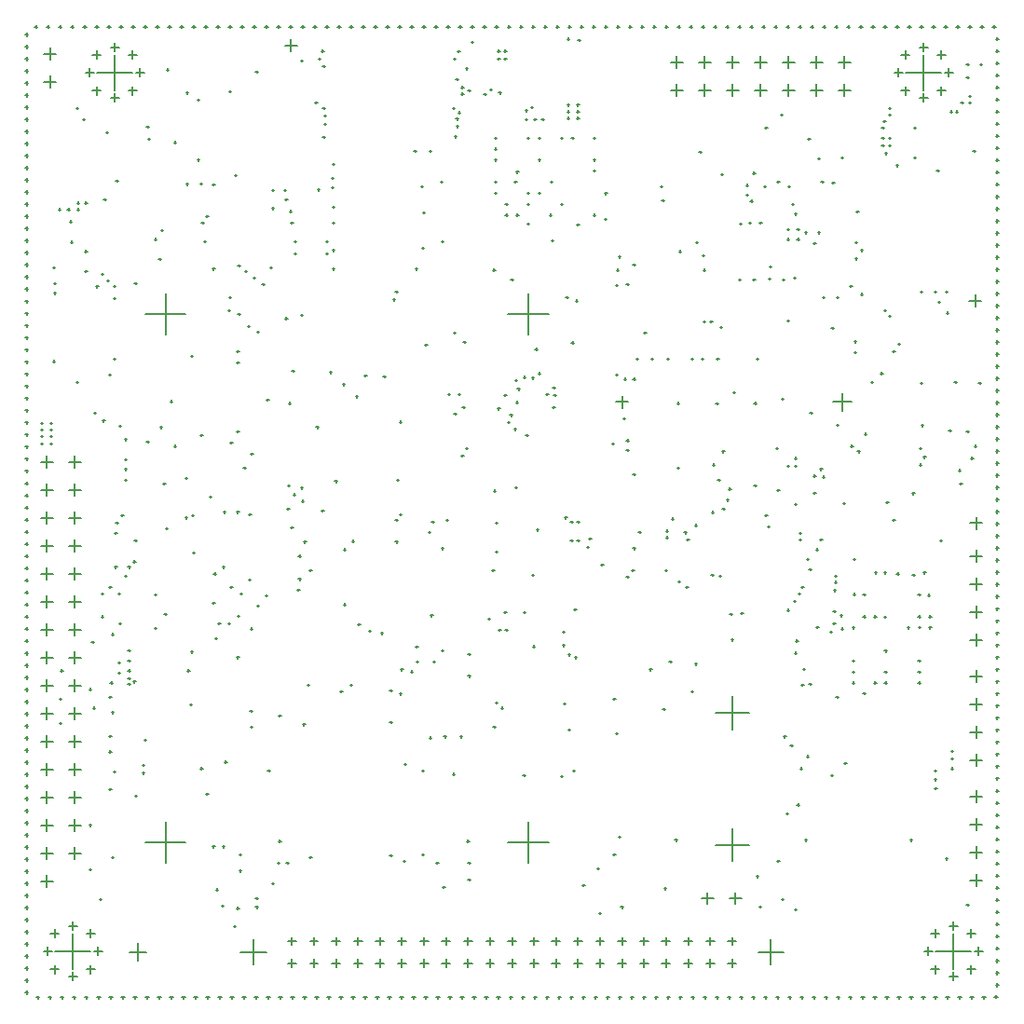
<source format=gbr>
G04*
G04 #@! TF.GenerationSoftware,Altium Limited,Altium Designer,24.9.1 (31)*
G04*
G04 Layer_Color=128*
%FSLAX44Y44*%
%MOMM*%
G71*
G04*
G04 #@! TF.SameCoordinates,95152EAB-924E-4990-96F7-4EF775BF21D2*
G04*
G04*
G04 #@! TF.FilePolarity,Positive*
G04*
G01*
G75*
%ADD19C,0.1270*%
D19*
X635000Y147500D02*
X665000D01*
X650000Y132500D02*
Y162500D01*
X635000Y267500D02*
X665000D01*
X650000Y252500D02*
Y282500D01*
X741750Y550000D02*
X758250D01*
X750000Y541750D02*
Y558250D01*
X544250Y550000D02*
X555750D01*
X550000Y544250D02*
Y555750D01*
X594300Y858700D02*
X605300D01*
X599800Y853200D02*
Y864200D01*
X594300Y833300D02*
X605300D01*
X599800Y827800D02*
Y838800D01*
X619700Y858700D02*
X630700D01*
X625200Y853200D02*
Y864200D01*
X619700Y833300D02*
X630700D01*
X625200Y827800D02*
Y838800D01*
X645100Y858700D02*
X656100D01*
X650600Y853200D02*
Y864200D01*
X645100Y833300D02*
X656100D01*
X650600Y827800D02*
Y838800D01*
X670500Y858700D02*
X681500D01*
X676000Y853200D02*
Y864200D01*
X670500Y833300D02*
X681500D01*
X676000Y827800D02*
Y838800D01*
X695900Y858700D02*
X706900D01*
X701400Y853200D02*
Y864200D01*
X695900Y833300D02*
X706900D01*
X701400Y827800D02*
Y838800D01*
X721300Y858700D02*
X732300D01*
X726800Y853200D02*
Y864200D01*
X721300Y833300D02*
X732300D01*
X726800Y827800D02*
Y838800D01*
X746700Y858700D02*
X757700D01*
X752200Y853200D02*
Y864200D01*
X746700Y833300D02*
X757700D01*
X752200Y827800D02*
Y838800D01*
X243500Y874000D02*
X254500D01*
X249000Y868500D02*
Y879500D01*
X47300Y292100D02*
X58300D01*
X52800Y286600D02*
Y297600D01*
X47300Y266700D02*
X58300D01*
X52800Y261200D02*
Y272200D01*
X47300Y241300D02*
X58300D01*
X52800Y235800D02*
Y246800D01*
X47300Y139700D02*
X58300D01*
X52800Y134200D02*
Y145200D01*
X47300Y165100D02*
X58300D01*
X52800Y159600D02*
Y170600D01*
X47300Y190500D02*
X58300D01*
X52800Y185000D02*
Y196000D01*
X47300Y215900D02*
X58300D01*
X52800Y210400D02*
Y221400D01*
X21900Y114300D02*
X32900D01*
X27400Y108800D02*
Y119800D01*
X21900Y215900D02*
X32900D01*
X27400Y210400D02*
Y221400D01*
X21900Y241300D02*
X32900D01*
X27400Y235800D02*
Y246800D01*
X21900Y266700D02*
X32900D01*
X27400Y261200D02*
Y272200D01*
X21900Y292100D02*
X32900D01*
X27400Y286600D02*
Y297600D01*
X21900Y190500D02*
X32900D01*
X27400Y185000D02*
Y196000D01*
X21900Y165100D02*
X32900D01*
X27400Y159600D02*
Y170600D01*
X21900Y139700D02*
X32900D01*
X27400Y134200D02*
Y145200D01*
X246250Y40000D02*
X253750D01*
X250000Y36250D02*
Y43750D01*
X246250Y60000D02*
X253750D01*
X250000Y56250D02*
Y63750D01*
X266250Y40000D02*
X273750D01*
X270000Y36250D02*
Y43750D01*
X266250Y60000D02*
X273750D01*
X270000Y56250D02*
Y63750D01*
X286250Y40000D02*
X293750D01*
X290000Y36250D02*
Y43750D01*
X286250Y60000D02*
X293750D01*
X290000Y56250D02*
Y63750D01*
X306250Y40000D02*
X313750D01*
X310000Y36250D02*
Y43750D01*
X306250Y60000D02*
X313750D01*
X310000Y56250D02*
Y63750D01*
X326250Y40000D02*
X333750D01*
X330000Y36250D02*
Y43750D01*
X326250Y60000D02*
X333750D01*
X330000Y56250D02*
Y63750D01*
X346250Y40000D02*
X353750D01*
X350000Y36250D02*
Y43750D01*
X346250Y60000D02*
X353750D01*
X350000Y56250D02*
Y63750D01*
X366250Y40000D02*
X373750D01*
X370000Y36250D02*
Y43750D01*
X366250Y60000D02*
X373750D01*
X370000Y56250D02*
Y63750D01*
X386250Y40000D02*
X393750D01*
X390000Y36250D02*
Y43750D01*
X386250Y60000D02*
X393750D01*
X390000Y56250D02*
Y63750D01*
X406250Y40000D02*
X413750D01*
X410000Y36250D02*
Y43750D01*
X406250Y60000D02*
X413750D01*
X410000Y56250D02*
Y63750D01*
X426250Y40000D02*
X433750D01*
X430000Y36250D02*
Y43750D01*
X426250Y60000D02*
X433750D01*
X430000Y56250D02*
Y63750D01*
X446250Y40000D02*
X453750D01*
X450000Y36250D02*
Y43750D01*
X446250Y60000D02*
X453750D01*
X450000Y56250D02*
Y63750D01*
X466250Y40000D02*
X473750D01*
X470000Y36250D02*
Y43750D01*
X466250Y60000D02*
X473750D01*
X470000Y56250D02*
Y63750D01*
X486250Y40000D02*
X493750D01*
X490000Y36250D02*
Y43750D01*
X486250Y60000D02*
X493750D01*
X490000Y56250D02*
Y63750D01*
X506250Y40000D02*
X513750D01*
X510000Y36250D02*
Y43750D01*
X506250Y60000D02*
X513750D01*
X510000Y56250D02*
Y63750D01*
X526250Y40000D02*
X533750D01*
X530000Y36250D02*
Y43750D01*
X526250Y60000D02*
X533750D01*
X530000Y56250D02*
Y63750D01*
X546250Y40000D02*
X553750D01*
X550000Y36250D02*
Y43750D01*
X546250Y60000D02*
X553750D01*
X550000Y56250D02*
Y63750D01*
X566250Y40000D02*
X573750D01*
X570000Y36250D02*
Y43750D01*
X566250Y60000D02*
X573750D01*
X570000Y56250D02*
Y63750D01*
X586250Y40000D02*
X593750D01*
X590000Y36250D02*
Y43750D01*
X586250Y60000D02*
X593750D01*
X590000Y56250D02*
Y63750D01*
X606250Y40000D02*
X613750D01*
X610000Y36250D02*
Y43750D01*
X606250Y60000D02*
X613750D01*
X610000Y56250D02*
Y63750D01*
X626250Y40000D02*
X633750D01*
X630000Y36250D02*
Y43750D01*
X626250Y60000D02*
X633750D01*
X630000Y56250D02*
Y63750D01*
X646250Y40000D02*
X653750D01*
X650000Y36250D02*
Y43750D01*
X646250Y60000D02*
X653750D01*
X650000Y56250D02*
Y63750D01*
X203500Y50000D02*
X226500D01*
X215000Y38500D02*
Y61500D01*
X673500Y50000D02*
X696500D01*
X685000Y38500D02*
Y61500D01*
X102000Y50000D02*
X118000D01*
X110000Y42000D02*
Y58000D01*
X446500Y150000D02*
X483500D01*
X465000Y131500D02*
Y168500D01*
X116500Y630000D02*
X153500D01*
X135000Y611500D02*
Y648500D01*
X446500Y630000D02*
X483500D01*
X465000Y611500D02*
Y648500D01*
X116500Y150000D02*
X153500D01*
X135000Y131500D02*
Y168500D01*
X866500Y333600D02*
X877500D01*
X872000Y328100D02*
Y339100D01*
X866500Y359000D02*
X877500D01*
X872000Y353500D02*
Y364500D01*
X866500Y384400D02*
X877500D01*
X872000Y378900D02*
Y389900D01*
X866500Y409800D02*
X877500D01*
X872000Y404300D02*
Y415300D01*
X866500Y224600D02*
X877500D01*
X872000Y219100D02*
Y230100D01*
X866500Y250000D02*
X877500D01*
X872000Y244500D02*
Y255500D01*
X866500Y275400D02*
X877500D01*
X872000Y269900D02*
Y280900D01*
X866500Y300800D02*
X877500D01*
X872000Y295300D02*
Y306300D01*
X866500Y115200D02*
X877500D01*
X872000Y109700D02*
Y120700D01*
X866500Y140600D02*
X877500D01*
X872000Y135100D02*
Y146100D01*
X866500Y166000D02*
X877500D01*
X872000Y160500D02*
Y171500D01*
X866500Y191400D02*
X877500D01*
X872000Y185900D02*
Y196900D01*
X21900Y393700D02*
X32900D01*
X27400Y388200D02*
Y399200D01*
X21900Y368300D02*
X32900D01*
X27400Y362800D02*
Y373800D01*
X21900Y342900D02*
X32900D01*
X27400Y337400D02*
Y348400D01*
X21900Y317500D02*
X32900D01*
X27400Y312000D02*
Y323000D01*
X622100Y99000D02*
X633100D01*
X627600Y93500D02*
Y104500D01*
X647500Y99000D02*
X658500D01*
X653000Y93500D02*
Y104500D01*
X24500Y866400D02*
X35500D01*
X30000Y860900D02*
Y871900D01*
X24500Y841000D02*
X35500D01*
X30000Y835500D02*
Y846500D01*
X47300Y444500D02*
X58300D01*
X52800Y439000D02*
Y450000D01*
X47300Y419100D02*
X58300D01*
X52800Y413600D02*
Y424600D01*
X47300Y495300D02*
X58300D01*
X52800Y489800D02*
Y500800D01*
X47300Y469900D02*
X58300D01*
X52800Y464400D02*
Y475400D01*
X47300Y342900D02*
X58300D01*
X52800Y337400D02*
Y348400D01*
X47300Y317500D02*
X58300D01*
X52800Y312000D02*
Y323000D01*
X47300Y393700D02*
X58300D01*
X52800Y388200D02*
Y399200D01*
X47300Y368300D02*
X58300D01*
X52800Y362800D02*
Y373800D01*
X21900Y444500D02*
X32900D01*
X27400Y439000D02*
Y450000D01*
X21900Y419100D02*
X32900D01*
X27400Y413600D02*
Y424600D01*
X21900Y495300D02*
X32900D01*
X27400Y489800D02*
Y500800D01*
X21900Y469900D02*
X32900D01*
X27400Y464400D02*
Y475400D01*
X865500Y642000D02*
X876500D01*
X871000Y636500D02*
Y647500D01*
X866500Y440000D02*
X877500D01*
X872000Y434500D02*
Y445500D01*
X34900Y50800D02*
X66700D01*
X50800Y34900D02*
Y66700D01*
X46990Y73660D02*
X54610D01*
X50800Y69850D02*
Y77470D01*
X24130Y50800D02*
X31750D01*
X27940Y46990D02*
Y54610D01*
X46990Y27940D02*
X54610D01*
X50800Y24130D02*
Y31750D01*
X69850Y50800D02*
X77470D01*
X73660Y46990D02*
Y54610D01*
X63155Y66965D02*
X70774D01*
X66965Y63155D02*
Y70774D01*
X30826Y66965D02*
X38445D01*
X34636Y63155D02*
Y70774D01*
X30826Y34636D02*
X38445D01*
X34636Y30826D02*
Y38445D01*
X63155Y34636D02*
X70774D01*
X66965Y30826D02*
Y38445D01*
X835000Y50800D02*
X866800D01*
X850900Y34900D02*
Y66700D01*
X847090Y73660D02*
X854710D01*
X850900Y69850D02*
Y77470D01*
X824230Y50800D02*
X831850D01*
X828040Y46990D02*
Y54610D01*
X847090Y27940D02*
X854710D01*
X850900Y24130D02*
Y31750D01*
X869950Y50800D02*
X877570D01*
X873760Y46990D02*
Y54610D01*
X863254Y66965D02*
X870874D01*
X867065Y63155D02*
Y70774D01*
X830926Y66965D02*
X838546D01*
X834735Y63155D02*
Y70774D01*
X830926Y34636D02*
X838546D01*
X834735Y30826D02*
Y38445D01*
X863254Y34636D02*
X870874D01*
X867065Y30826D02*
Y38445D01*
X73000Y849200D02*
X104800D01*
X88900Y833300D02*
Y865100D01*
X85090Y872060D02*
X92710D01*
X88900Y868250D02*
Y875870D01*
X62230Y849200D02*
X69850D01*
X66040Y845390D02*
Y853010D01*
X85090Y826340D02*
X92710D01*
X88900Y822530D02*
Y830150D01*
X107950Y849200D02*
X115570D01*
X111760Y845390D02*
Y853010D01*
X101255Y865365D02*
X108875D01*
X105064Y861554D02*
Y869174D01*
X68925Y865365D02*
X76546D01*
X72736Y861554D02*
Y869174D01*
X68925Y833036D02*
X76546D01*
X72736Y829225D02*
Y836845D01*
X101255Y833036D02*
X108875D01*
X105064Y829225D02*
Y836845D01*
X807900Y849200D02*
X839700D01*
X823800Y833300D02*
Y865100D01*
X819990Y872060D02*
X827610D01*
X823800Y868250D02*
Y875870D01*
X797130Y849200D02*
X804750D01*
X800940Y845390D02*
Y853010D01*
X819990Y826340D02*
X827610D01*
X823800Y822530D02*
Y830150D01*
X842850Y849200D02*
X850470D01*
X846660Y845390D02*
Y853010D01*
X836154Y865365D02*
X843774D01*
X839965Y861554D02*
Y869174D01*
X803826Y865365D02*
X811445D01*
X807635Y861554D02*
Y869174D01*
X803826Y833036D02*
X811445D01*
X807635Y829225D02*
Y836845D01*
X836154Y833036D02*
X843774D01*
X839965Y829225D02*
Y836845D01*
X886522Y891004D02*
X889522D01*
X888022Y889504D02*
Y892504D01*
X875502Y891001D02*
X878502D01*
X877002Y889501D02*
Y892501D01*
X864482Y891001D02*
X867482D01*
X865982Y889501D02*
Y892501D01*
X853462Y891001D02*
X856462D01*
X854962Y889501D02*
Y892501D01*
X842442Y891001D02*
X845442D01*
X843942Y889501D02*
Y892501D01*
X831422Y891001D02*
X834422D01*
X832922Y889501D02*
Y892501D01*
X820402Y891001D02*
X823402D01*
X821902Y889501D02*
Y892501D01*
X809382Y891001D02*
X812382D01*
X810882Y889501D02*
Y892501D01*
X798362Y891001D02*
X801362D01*
X799862Y889501D02*
Y892501D01*
X787342Y891001D02*
X790342D01*
X788842Y889501D02*
Y892501D01*
X776322Y891001D02*
X779322D01*
X777822Y889501D02*
Y892501D01*
X765302Y891001D02*
X768302D01*
X766802Y889501D02*
Y892501D01*
X754282Y891001D02*
X757282D01*
X755782Y889501D02*
Y892501D01*
X743262Y891001D02*
X746262D01*
X744762Y889501D02*
Y892501D01*
X732242Y891001D02*
X735242D01*
X733742Y889501D02*
Y892501D01*
X721222Y891001D02*
X724222D01*
X722722Y889501D02*
Y892501D01*
X710202Y891001D02*
X713202D01*
X711702Y889501D02*
Y892501D01*
X699182Y891001D02*
X702182D01*
X700682Y889501D02*
Y892501D01*
X688162Y891001D02*
X691162D01*
X689662Y889501D02*
Y892501D01*
X677142Y891001D02*
X680142D01*
X678642Y889501D02*
Y892501D01*
X666122Y891001D02*
X669122D01*
X667622Y889501D02*
Y892501D01*
X655102Y891001D02*
X658102D01*
X656602Y889501D02*
Y892501D01*
X644082Y891001D02*
X647082D01*
X645582Y889501D02*
Y892501D01*
X633062Y891001D02*
X636062D01*
X634562Y889501D02*
Y892501D01*
X622042Y891001D02*
X625042D01*
X623542Y889501D02*
Y892501D01*
X611022Y891001D02*
X614022D01*
X612522Y889501D02*
Y892501D01*
X600002Y891001D02*
X603002D01*
X601502Y889501D02*
Y892501D01*
X588982Y891001D02*
X591982D01*
X590482Y889501D02*
Y892501D01*
X577962Y891001D02*
X580962D01*
X579462Y889501D02*
Y892501D01*
X566942Y891001D02*
X569942D01*
X568442Y889501D02*
Y892501D01*
X555922Y891001D02*
X558922D01*
X557422Y889501D02*
Y892501D01*
X544902Y891001D02*
X547902D01*
X546402Y889501D02*
Y892501D01*
X533882Y891001D02*
X536882D01*
X535382Y889501D02*
Y892501D01*
X522862Y891001D02*
X525862D01*
X524362Y889501D02*
Y892501D01*
X511842Y891001D02*
X514842D01*
X513342Y889501D02*
Y892501D01*
X500822Y891001D02*
X503822D01*
X502322Y889501D02*
Y892501D01*
X489802Y891001D02*
X492802D01*
X491302Y889501D02*
Y892501D01*
X478782Y891001D02*
X481782D01*
X480282Y889501D02*
Y892501D01*
X467762Y891001D02*
X470762D01*
X469262Y889501D02*
Y892501D01*
X456742Y891001D02*
X459742D01*
X458242Y889501D02*
Y892501D01*
X445722Y891001D02*
X448722D01*
X447222Y889501D02*
Y892501D01*
X434702Y891001D02*
X437702D01*
X436202Y889501D02*
Y892501D01*
X423682Y891001D02*
X426682D01*
X425182Y889501D02*
Y892501D01*
X412662Y891001D02*
X415662D01*
X414162Y889501D02*
Y892501D01*
X401642Y891001D02*
X404642D01*
X403142Y889501D02*
Y892501D01*
X390622Y891001D02*
X393622D01*
X392122Y889501D02*
Y892501D01*
X379602Y891001D02*
X382602D01*
X381102Y889501D02*
Y892501D01*
X368582Y891001D02*
X371582D01*
X370082Y889501D02*
Y892501D01*
X357562Y891001D02*
X360562D01*
X359062Y889501D02*
Y892501D01*
X346542Y891001D02*
X349542D01*
X348042Y889501D02*
Y892501D01*
X335522Y891001D02*
X338522D01*
X337022Y889501D02*
Y892501D01*
X324502Y891001D02*
X327502D01*
X326002Y889501D02*
Y892501D01*
X313482Y891001D02*
X316482D01*
X314982Y889501D02*
Y892501D01*
X302462Y891001D02*
X305462D01*
X303962Y889501D02*
Y892501D01*
X291442Y891001D02*
X294442D01*
X292942Y889501D02*
Y892501D01*
X280422Y891001D02*
X283422D01*
X281922Y889501D02*
Y892501D01*
X269402Y891001D02*
X272402D01*
X270902Y889501D02*
Y892501D01*
X258382Y891001D02*
X261382D01*
X259882Y889501D02*
Y892501D01*
X247362Y891001D02*
X250362D01*
X248862Y889501D02*
Y892501D01*
X236342Y891001D02*
X239342D01*
X237842Y889501D02*
Y892501D01*
X225322Y891001D02*
X228322D01*
X226822Y889501D02*
Y892501D01*
X214302Y891001D02*
X217302D01*
X215802Y889501D02*
Y892501D01*
X203282Y891001D02*
X206282D01*
X204782Y889501D02*
Y892501D01*
X192262Y891001D02*
X195262D01*
X193762Y889501D02*
Y892501D01*
X181242Y891001D02*
X184242D01*
X182742Y889501D02*
Y892501D01*
X170222Y891001D02*
X173222D01*
X171722Y889501D02*
Y892501D01*
X159202Y891001D02*
X162202D01*
X160702Y889501D02*
Y892501D01*
X148182Y891001D02*
X151182D01*
X149682Y889501D02*
Y892501D01*
X137162Y891001D02*
X140162D01*
X138662Y889501D02*
Y892501D01*
X126142Y891001D02*
X129142D01*
X127642Y889501D02*
Y892501D01*
X115122Y891001D02*
X118122D01*
X116622Y889501D02*
Y892501D01*
X104102Y891001D02*
X107102D01*
X105602Y889501D02*
Y892501D01*
X93082Y891001D02*
X96082D01*
X94582Y889501D02*
Y892501D01*
X82062Y891001D02*
X85062D01*
X83562Y889501D02*
Y892501D01*
X71042Y891001D02*
X74042D01*
X72542Y889501D02*
Y892501D01*
X60022Y891001D02*
X63022D01*
X61522Y889501D02*
Y892501D01*
X49002Y891001D02*
X52002D01*
X50502Y889501D02*
Y892501D01*
X37982Y891001D02*
X40982D01*
X39482Y889501D02*
Y892501D01*
X26962Y891001D02*
X29962D01*
X28462Y889501D02*
Y892501D01*
X15942Y891001D02*
X18942D01*
X17442Y889501D02*
Y892501D01*
X7499Y883919D02*
X10499D01*
X8999Y882419D02*
Y885419D01*
X7499Y872899D02*
X10499D01*
X8999Y871399D02*
Y874399D01*
X7499Y861879D02*
X10499D01*
X8999Y860379D02*
Y863379D01*
X7499Y850859D02*
X10499D01*
X8999Y849359D02*
Y852359D01*
X7499Y839839D02*
X10499D01*
X8999Y838339D02*
Y841339D01*
X7499Y828819D02*
X10499D01*
X8999Y827319D02*
Y830319D01*
X7499Y817799D02*
X10499D01*
X8999Y816299D02*
Y819299D01*
X7499Y806779D02*
X10499D01*
X8999Y805279D02*
Y808279D01*
X7499Y795759D02*
X10499D01*
X8999Y794259D02*
Y797259D01*
X7499Y784739D02*
X10499D01*
X8999Y783239D02*
Y786239D01*
X7499Y773719D02*
X10499D01*
X8999Y772219D02*
Y775219D01*
X7499Y762699D02*
X10499D01*
X8999Y761199D02*
Y764199D01*
X7499Y751679D02*
X10499D01*
X8999Y750179D02*
Y753179D01*
X7499Y740659D02*
X10499D01*
X8999Y739159D02*
Y742159D01*
X7499Y729639D02*
X10499D01*
X8999Y728139D02*
Y731139D01*
X7499Y718619D02*
X10499D01*
X8999Y717119D02*
Y720119D01*
X7499Y707599D02*
X10499D01*
X8999Y706099D02*
Y709099D01*
X7499Y696579D02*
X10499D01*
X8999Y695079D02*
Y698079D01*
X7499Y685559D02*
X10499D01*
X8999Y684059D02*
Y687059D01*
X7499Y674539D02*
X10499D01*
X8999Y673039D02*
Y676039D01*
X7499Y663519D02*
X10499D01*
X8999Y662019D02*
Y665019D01*
X7499Y652499D02*
X10499D01*
X8999Y650999D02*
Y653999D01*
X7499Y641479D02*
X10499D01*
X8999Y639979D02*
Y642979D01*
X7499Y630459D02*
X10499D01*
X8999Y628959D02*
Y631959D01*
X7499Y619439D02*
X10499D01*
X8999Y617939D02*
Y620939D01*
X7499Y608419D02*
X10499D01*
X8999Y606919D02*
Y609919D01*
X7499Y597399D02*
X10499D01*
X8999Y595899D02*
Y598899D01*
X7499Y586379D02*
X10499D01*
X8999Y584879D02*
Y587879D01*
X7499Y575359D02*
X10499D01*
X8999Y573859D02*
Y576859D01*
X7499Y564339D02*
X10499D01*
X8999Y562839D02*
Y565839D01*
X7499Y553319D02*
X10499D01*
X8999Y551819D02*
Y554819D01*
X7499Y542299D02*
X10499D01*
X8999Y540799D02*
Y543799D01*
X7499Y531279D02*
X10499D01*
X8999Y529779D02*
Y532779D01*
X7499Y520259D02*
X10499D01*
X8999Y518759D02*
Y521759D01*
X7499Y509239D02*
X10499D01*
X8999Y507739D02*
Y510739D01*
X7499Y498219D02*
X10499D01*
X8999Y496719D02*
Y499719D01*
X7499Y487199D02*
X10499D01*
X8999Y485699D02*
Y488699D01*
X7499Y476179D02*
X10499D01*
X8999Y474679D02*
Y477679D01*
X7499Y465159D02*
X10499D01*
X8999Y463659D02*
Y466659D01*
X7499Y454139D02*
X10499D01*
X8999Y452639D02*
Y455639D01*
X7499Y443119D02*
X10499D01*
X8999Y441619D02*
Y444619D01*
X7499Y432099D02*
X10499D01*
X8999Y430599D02*
Y433599D01*
X7499Y421079D02*
X10499D01*
X8999Y419579D02*
Y422579D01*
X7499Y410059D02*
X10499D01*
X8999Y408559D02*
Y411559D01*
X7499Y399039D02*
X10499D01*
X8999Y397539D02*
Y400539D01*
X7499Y388019D02*
X10499D01*
X8999Y386519D02*
Y389519D01*
X7499Y376999D02*
X10499D01*
X8999Y375499D02*
Y378499D01*
X7499Y365979D02*
X10499D01*
X8999Y364479D02*
Y367479D01*
X7499Y354959D02*
X10499D01*
X8999Y353459D02*
Y356459D01*
X7499Y343939D02*
X10499D01*
X8999Y342439D02*
Y345439D01*
X7499Y332919D02*
X10499D01*
X8999Y331419D02*
Y334419D01*
X7499Y321899D02*
X10499D01*
X8999Y320399D02*
Y323399D01*
X7499Y310879D02*
X10499D01*
X8999Y309379D02*
Y312379D01*
X7499Y299859D02*
X10499D01*
X8999Y298359D02*
Y301359D01*
X7499Y288839D02*
X10499D01*
X8999Y287339D02*
Y290339D01*
X7499Y277819D02*
X10499D01*
X8999Y276320D02*
Y279319D01*
X7499Y266800D02*
X10499D01*
X8999Y265299D02*
Y268300D01*
X7499Y255779D02*
X10499D01*
X8999Y254279D02*
Y257279D01*
X7499Y244760D02*
X10499D01*
X8999Y243260D02*
Y246259D01*
X7499Y233739D02*
X10499D01*
X8999Y232239D02*
Y235240D01*
X7499Y222719D02*
X10499D01*
X8999Y221220D02*
Y224219D01*
X7499Y211700D02*
X10499D01*
X8999Y210200D02*
Y213200D01*
X7499Y200679D02*
X10499D01*
X8999Y199179D02*
Y202180D01*
X7499Y189660D02*
X10499D01*
X8999Y188160D02*
Y191159D01*
X7499Y178640D02*
X10499D01*
X8999Y177139D02*
Y180140D01*
X7499Y167619D02*
X10499D01*
X8999Y166119D02*
Y169119D01*
X7499Y156600D02*
X10499D01*
X8999Y155099D02*
Y158099D01*
X7499Y145580D02*
X10499D01*
X8999Y144080D02*
Y147079D01*
X7499Y134559D02*
X10499D01*
X8999Y133060D02*
Y136060D01*
X7499Y123540D02*
X10499D01*
X8999Y122040D02*
Y125040D01*
X7499Y112520D02*
X10499D01*
X8999Y111020D02*
Y114020D01*
X7499Y101500D02*
X10499D01*
X8999Y100000D02*
Y103000D01*
X7499Y90480D02*
X10499D01*
X8999Y88980D02*
Y91980D01*
X7499Y79460D02*
X10499D01*
X8999Y77960D02*
Y80960D01*
X7499Y68440D02*
X10499D01*
X8999Y66940D02*
Y69940D01*
X7499Y57420D02*
X10499D01*
X8999Y55920D02*
Y58920D01*
X7499Y46400D02*
X10499D01*
X8999Y44900D02*
Y47900D01*
X7499Y35380D02*
X10499D01*
X8999Y33880D02*
Y36880D01*
X7499Y24360D02*
X10499D01*
X8999Y22860D02*
Y25860D01*
X7499Y13340D02*
X10499D01*
X8999Y11840D02*
Y14840D01*
X17628Y8999D02*
X20628D01*
X19128Y7499D02*
Y10499D01*
X28648Y8999D02*
X31648D01*
X30148Y7499D02*
Y10499D01*
X39668Y8999D02*
X42668D01*
X41168Y7499D02*
Y10499D01*
X50688Y8999D02*
X53688D01*
X52188Y7499D02*
Y10499D01*
X61708Y8999D02*
X64708D01*
X63208Y7499D02*
Y10499D01*
X72728Y8999D02*
X75728D01*
X74228Y7499D02*
Y10499D01*
X83748Y8999D02*
X86748D01*
X85248Y7499D02*
Y10499D01*
X94768Y8999D02*
X97768D01*
X96268Y7499D02*
Y10499D01*
X105788Y8999D02*
X108788D01*
X107288Y7499D02*
Y10499D01*
X116808Y8999D02*
X119808D01*
X118308Y7499D02*
Y10499D01*
X127828Y8999D02*
X130828D01*
X129328Y7499D02*
Y10499D01*
X138848Y8999D02*
X141848D01*
X140348Y7499D02*
Y10499D01*
X149868Y8999D02*
X152868D01*
X151368Y7499D02*
Y10499D01*
X160888Y8999D02*
X163888D01*
X162388Y7499D02*
Y10499D01*
X171908Y8999D02*
X174908D01*
X173408Y7499D02*
Y10499D01*
X182928Y8999D02*
X185928D01*
X184428Y7499D02*
Y10499D01*
X193948Y8999D02*
X196948D01*
X195448Y7499D02*
Y10499D01*
X204968Y8999D02*
X207968D01*
X206468Y7499D02*
Y10499D01*
X215988Y8999D02*
X218988D01*
X217488Y7499D02*
Y10499D01*
X227008Y8999D02*
X230008D01*
X228508Y7499D02*
Y10499D01*
X238028Y8999D02*
X241028D01*
X239528Y7499D02*
Y10499D01*
X249048Y8999D02*
X252048D01*
X250548Y7499D02*
Y10499D01*
X260068Y8999D02*
X263068D01*
X261568Y7499D02*
Y10499D01*
X271088Y8999D02*
X274088D01*
X272588Y7499D02*
Y10499D01*
X282108Y8999D02*
X285108D01*
X283608Y7499D02*
Y10499D01*
X293128Y8999D02*
X296128D01*
X294628Y7499D02*
Y10499D01*
X304148Y8999D02*
X307148D01*
X305648Y7499D02*
Y10499D01*
X315168Y8999D02*
X318168D01*
X316668Y7499D02*
Y10499D01*
X326188Y8999D02*
X329188D01*
X327688Y7499D02*
Y10499D01*
X337208Y8999D02*
X340208D01*
X338708Y7499D02*
Y10499D01*
X348228Y8999D02*
X351228D01*
X349728Y7499D02*
Y10499D01*
X359248Y8999D02*
X362248D01*
X360748Y7499D02*
Y10499D01*
X370268Y8999D02*
X373268D01*
X371768Y7499D02*
Y10499D01*
X381288Y8999D02*
X384288D01*
X382788Y7499D02*
Y10499D01*
X392308Y8999D02*
X395308D01*
X393808Y7499D02*
Y10499D01*
X403328Y8999D02*
X406328D01*
X404828Y7499D02*
Y10499D01*
X414348Y8999D02*
X417348D01*
X415848Y7499D02*
Y10499D01*
X425368Y8999D02*
X428368D01*
X426868Y7499D02*
Y10499D01*
X436388Y8999D02*
X439388D01*
X437888Y7499D02*
Y10499D01*
X447408Y8999D02*
X450408D01*
X448908Y7499D02*
Y10499D01*
X458428Y8999D02*
X461428D01*
X459928Y7499D02*
Y10499D01*
X469448Y8999D02*
X472448D01*
X470948Y7499D02*
Y10499D01*
X480468Y8999D02*
X483468D01*
X481968Y7499D02*
Y10499D01*
X491488Y8999D02*
X494488D01*
X492988Y7499D02*
Y10499D01*
X502508Y8999D02*
X505508D01*
X504008Y7499D02*
Y10499D01*
X513528Y8999D02*
X516528D01*
X515028Y7499D02*
Y10499D01*
X524548Y8999D02*
X527548D01*
X526048Y7499D02*
Y10499D01*
X535568Y8999D02*
X538568D01*
X537068Y7499D02*
Y10499D01*
X546588Y8999D02*
X549588D01*
X548088Y7499D02*
Y10499D01*
X557608Y8999D02*
X560608D01*
X559108Y7499D02*
Y10499D01*
X568628Y8999D02*
X571628D01*
X570128Y7499D02*
Y10499D01*
X579648Y8999D02*
X582648D01*
X581148Y7499D02*
Y10499D01*
X590668Y8999D02*
X593668D01*
X592168Y7499D02*
Y10499D01*
X601688Y8999D02*
X604688D01*
X603188Y7499D02*
Y10499D01*
X612708Y8999D02*
X615708D01*
X614208Y7499D02*
Y10499D01*
X623728Y8999D02*
X626728D01*
X625228Y7499D02*
Y10499D01*
X634748Y8999D02*
X637748D01*
X636248Y7499D02*
Y10499D01*
X645768Y8999D02*
X648768D01*
X647268Y7499D02*
Y10499D01*
X656788Y8999D02*
X659788D01*
X658288Y7499D02*
Y10499D01*
X667808Y8999D02*
X670808D01*
X669308Y7499D02*
Y10499D01*
X678828Y8999D02*
X681828D01*
X680328Y7499D02*
Y10499D01*
X689848Y8999D02*
X692848D01*
X691348Y7499D02*
Y10499D01*
X700868Y8999D02*
X703868D01*
X702368Y7499D02*
Y10499D01*
X711888Y8999D02*
X714888D01*
X713388Y7499D02*
Y10499D01*
X722908Y8999D02*
X725908D01*
X724408Y7499D02*
Y10499D01*
X733928Y8999D02*
X736928D01*
X735428Y7499D02*
Y10499D01*
X744948Y8999D02*
X747948D01*
X746448Y7499D02*
Y10499D01*
X755968Y8999D02*
X758968D01*
X757468Y7499D02*
Y10499D01*
X766988Y8999D02*
X769988D01*
X768488Y7499D02*
Y10499D01*
X778008Y8999D02*
X781008D01*
X779508Y7499D02*
Y10499D01*
X789028Y8999D02*
X792028D01*
X790528Y7499D02*
Y10499D01*
X800048Y8999D02*
X803048D01*
X801548Y7499D02*
Y10499D01*
X811068Y8999D02*
X814068D01*
X812568Y7499D02*
Y10499D01*
X822088Y8999D02*
X825088D01*
X823588Y7499D02*
Y10499D01*
X833108Y8999D02*
X836108D01*
X834608Y7499D02*
Y10499D01*
X844128Y8999D02*
X847128D01*
X845628Y7499D02*
Y10499D01*
X855148Y8999D02*
X858148D01*
X856648Y7499D02*
Y10499D01*
X866168Y8999D02*
X869168D01*
X867668Y7499D02*
Y10499D01*
X877188Y8999D02*
X880188D01*
X878688Y7499D02*
Y10499D01*
X888195Y9522D02*
X891195D01*
X889695Y8022D02*
Y11022D01*
X889501Y20464D02*
X892501D01*
X891001Y18964D02*
Y21964D01*
X889501Y31484D02*
X892501D01*
X891001Y29984D02*
Y32984D01*
X889501Y42504D02*
X892501D01*
X891001Y41004D02*
Y44004D01*
X889501Y53524D02*
X892501D01*
X891001Y52024D02*
Y55024D01*
X889501Y64544D02*
X892501D01*
X891001Y63044D02*
Y66044D01*
X889501Y75564D02*
X892501D01*
X891001Y74064D02*
Y77064D01*
X889501Y86584D02*
X892501D01*
X891001Y85084D02*
Y88084D01*
X889501Y97604D02*
X892501D01*
X891001Y96104D02*
Y99104D01*
X889501Y108624D02*
X892501D01*
X891001Y107124D02*
Y110124D01*
X889501Y119644D02*
X892501D01*
X891001Y118144D02*
Y121144D01*
X889501Y130664D02*
X892501D01*
X891001Y129164D02*
Y132164D01*
X889501Y141684D02*
X892501D01*
X891001Y140184D02*
Y143184D01*
X889501Y152704D02*
X892501D01*
X891001Y151204D02*
Y154204D01*
X889501Y163724D02*
X892501D01*
X891001Y162224D02*
Y165224D01*
X889501Y174744D02*
X892501D01*
X891001Y173244D02*
Y176244D01*
X889501Y185764D02*
X892501D01*
X891001Y184264D02*
Y187264D01*
X889501Y196784D02*
X892501D01*
X891001Y195284D02*
Y198284D01*
X889501Y207804D02*
X892501D01*
X891001Y206304D02*
Y209304D01*
X889501Y218824D02*
X892501D01*
X891001Y217324D02*
Y220324D01*
X889501Y229844D02*
X892501D01*
X891001Y228344D02*
Y231344D01*
X889501Y240864D02*
X892501D01*
X891001Y239364D02*
Y242364D01*
X889501Y251884D02*
X892501D01*
X891001Y250384D02*
Y253384D01*
X889501Y262904D02*
X892501D01*
X891001Y261404D02*
Y264404D01*
X889501Y273924D02*
X892501D01*
X891001Y272424D02*
Y275424D01*
X889501Y284944D02*
X892501D01*
X891001Y283444D02*
Y286444D01*
X889501Y295964D02*
X892501D01*
X891001Y294464D02*
Y297464D01*
X889501Y306984D02*
X892501D01*
X891001Y305484D02*
Y308484D01*
X889501Y318004D02*
X892501D01*
X891001Y316504D02*
Y319504D01*
X889501Y329024D02*
X892501D01*
X891001Y327524D02*
Y330524D01*
X889501Y340044D02*
X892501D01*
X891001Y338544D02*
Y341544D01*
X889501Y351064D02*
X892501D01*
X891001Y349564D02*
Y352564D01*
X889501Y362084D02*
X892501D01*
X891001Y360584D02*
Y363584D01*
X889501Y373104D02*
X892501D01*
X891001Y371604D02*
Y374604D01*
X889501Y384124D02*
X892501D01*
X891001Y382624D02*
Y385624D01*
X889501Y395144D02*
X892501D01*
X891001Y393644D02*
Y396644D01*
X889501Y406164D02*
X892501D01*
X891001Y404664D02*
Y407664D01*
X889501Y417184D02*
X892501D01*
X891001Y415684D02*
Y418684D01*
X889501Y428204D02*
X892501D01*
X891001Y426704D02*
Y429704D01*
X889501Y439224D02*
X892501D01*
X891001Y437724D02*
Y440724D01*
X889501Y450244D02*
X892501D01*
X891001Y448744D02*
Y451744D01*
X889501Y461264D02*
X892501D01*
X891001Y459764D02*
Y462764D01*
X889501Y472284D02*
X892501D01*
X891001Y470784D02*
Y473784D01*
X889501Y483304D02*
X892501D01*
X891001Y481804D02*
Y484804D01*
X889501Y494324D02*
X892501D01*
X891001Y492824D02*
Y495824D01*
X889501Y505344D02*
X892501D01*
X891001Y503844D02*
Y506844D01*
X889501Y516364D02*
X892501D01*
X891001Y514864D02*
Y517864D01*
X889501Y527384D02*
X892501D01*
X891001Y525884D02*
Y528884D01*
X889501Y538404D02*
X892501D01*
X891001Y536904D02*
Y539904D01*
X889501Y549424D02*
X892501D01*
X891001Y547924D02*
Y550924D01*
X889501Y560444D02*
X892501D01*
X891001Y558944D02*
Y561944D01*
X889501Y571464D02*
X892501D01*
X891001Y569964D02*
Y572964D01*
X889501Y582484D02*
X892501D01*
X891001Y580984D02*
Y583984D01*
X889501Y593504D02*
X892501D01*
X891001Y592004D02*
Y595004D01*
X889501Y604524D02*
X892501D01*
X891001Y603024D02*
Y606024D01*
X889501Y615544D02*
X892501D01*
X891001Y614044D02*
Y617044D01*
X889501Y626564D02*
X892501D01*
X891001Y625064D02*
Y628064D01*
X889501Y637584D02*
X892501D01*
X891001Y636084D02*
Y639084D01*
X889501Y648604D02*
X892501D01*
X891001Y647104D02*
Y650104D01*
X889501Y659624D02*
X892501D01*
X891001Y658124D02*
Y661124D01*
X889501Y670644D02*
X892501D01*
X891001Y669144D02*
Y672144D01*
X889501Y681664D02*
X892501D01*
X891001Y680164D02*
Y683164D01*
X889501Y692684D02*
X892501D01*
X891001Y691184D02*
Y694184D01*
X889501Y703704D02*
X892501D01*
X891001Y702204D02*
Y705203D01*
X889501Y714724D02*
X892501D01*
X891001Y713223D02*
Y716224D01*
X889501Y725743D02*
X892501D01*
X891001Y724243D02*
Y727243D01*
X889501Y736764D02*
X892501D01*
X891001Y735264D02*
Y738263D01*
X889501Y747784D02*
X892501D01*
X891001Y746283D02*
Y749284D01*
X889501Y758803D02*
X892501D01*
X891001Y757303D02*
Y760303D01*
X889501Y769824D02*
X892501D01*
X891001Y768324D02*
Y771323D01*
X889501Y780844D02*
X892501D01*
X891001Y779343D02*
Y782344D01*
X889501Y791863D02*
X892501D01*
X891001Y790363D02*
Y793363D01*
X889501Y802884D02*
X892501D01*
X891001Y801384D02*
Y804383D01*
X889501Y813904D02*
X892501D01*
X891001Y812403D02*
Y815404D01*
X889501Y824923D02*
X892501D01*
X891001Y823423D02*
Y826423D01*
X889501Y835944D02*
X892501D01*
X891001Y834444D02*
Y837443D01*
X889501Y846964D02*
X892501D01*
X891001Y845463D02*
Y848464D01*
X889501Y857983D02*
X892501D01*
X891001Y856484D02*
Y859483D01*
X889501Y869003D02*
X892501D01*
X891001Y867503D02*
Y870503D01*
X889501Y880023D02*
X892501D01*
X891001Y878523D02*
Y881523D01*
X648000Y357000D02*
X650000D01*
X649000Y356000D02*
Y358000D01*
X607999Y381999D02*
X609999D01*
X608999Y380999D02*
Y382999D01*
X136000Y852000D02*
X138000D01*
X137000Y851000D02*
Y853000D01*
X217000Y850000D02*
X219000D01*
X218000Y849000D02*
Y851000D01*
X278000Y817000D02*
X280000D01*
X279000Y816000D02*
Y818000D01*
X212101Y344000D02*
X214101D01*
X213101Y343000D02*
Y345000D01*
X200000Y318000D02*
X202000D01*
X201000Y317000D02*
Y319000D01*
X39000Y258000D02*
X41000D01*
X40000Y257000D02*
Y259000D01*
X546539Y155000D02*
X548539D01*
X547539Y154000D02*
Y156000D01*
X154000Y831000D02*
X156000D01*
X155000Y830000D02*
Y832000D01*
X163893Y824808D02*
X165893D01*
X164893Y823808D02*
Y825808D01*
X193000Y832000D02*
X195000D01*
X194000Y831000D02*
Y833000D01*
X869000Y778000D02*
X871000D01*
X870000Y777000D02*
Y779000D01*
X180000Y335000D02*
X182000D01*
X181000Y334000D02*
Y336000D01*
X836000Y760000D02*
X838000D01*
X837000Y759000D02*
Y761000D01*
X792000Y817000D02*
X794000D01*
X793000Y816000D02*
Y818000D01*
X787600Y805000D02*
X789600D01*
X788600Y804000D02*
Y806000D01*
X847998Y813998D02*
X849998D01*
X848998Y812998D02*
Y814998D01*
X852998Y813998D02*
X854998D01*
X853998Y812998D02*
Y814998D01*
X471000Y598000D02*
X473000D01*
X472000Y597000D02*
Y599000D01*
X498000Y445000D02*
X500000D01*
X499000Y444000D02*
Y446000D01*
X410000Y833000D02*
X412000D01*
X411000Y832000D02*
Y834000D01*
X438000Y831000D02*
X440000D01*
X439000Y830000D02*
Y832000D01*
X608812Y425044D02*
X610812D01*
X609813Y424044D02*
Y426044D01*
X258000Y860000D02*
X260000D01*
X259000Y859000D02*
Y861000D01*
X69000Y272000D02*
X71000D01*
X70000Y271000D02*
Y273000D01*
X674623Y91377D02*
X676623D01*
X675623Y90377D02*
Y92377D01*
X72048Y654952D02*
X74048D01*
X73048Y653952D02*
Y655952D01*
X62000Y669000D02*
X64000D01*
X63000Y668000D02*
Y670000D01*
X88000Y655000D02*
X90000D01*
X89000Y654000D02*
Y656000D01*
X88000Y644000D02*
X90000D01*
X89000Y643000D02*
Y645000D01*
X82000Y660300D02*
X84000D01*
X83000Y659300D02*
Y661300D01*
X33800Y649000D02*
X35800D01*
X34800Y648000D02*
Y650000D01*
X212050Y254600D02*
X214050D01*
X213050Y253600D02*
Y255600D01*
X33800Y658000D02*
X35800D01*
X34800Y657000D02*
Y659000D01*
X62000Y731000D02*
X64000D01*
X63000Y730000D02*
Y732000D01*
X55000Y725000D02*
X57000D01*
X56000Y724000D02*
Y726000D01*
X79000Y734100D02*
X81000D01*
X80000Y733100D02*
Y735100D01*
X544000Y575000D02*
X546000D01*
X545000Y574000D02*
Y576000D01*
X724000Y694000D02*
X726000D01*
X725000Y693000D02*
Y695000D01*
X716000Y704000D02*
X718000D01*
X717000Y703000D02*
Y705000D01*
X728000Y704000D02*
X730000D01*
X729000Y703000D02*
Y705000D01*
X707000Y721000D02*
X709000D01*
X708000Y720000D02*
Y722000D01*
X704000Y730000D02*
X706000D01*
X705000Y729000D02*
Y731000D01*
X510000Y879000D02*
X512000D01*
X511000Y878000D02*
Y880000D01*
X500000D02*
X502000D01*
X501000Y879000D02*
Y881000D01*
X452700Y472200D02*
X454700D01*
X453700Y471200D02*
Y473200D01*
X98000Y392000D02*
X100000D01*
X99000Y391000D02*
Y393000D01*
X700000Y624000D02*
X702000D01*
X701000Y623000D02*
Y625000D01*
X821000Y567000D02*
X823000D01*
X822000Y566000D02*
Y568000D01*
X852000D02*
X854000D01*
X853000Y567000D02*
Y569000D01*
X863000Y845000D02*
X865000D01*
X864000Y844000D02*
Y846000D01*
X875000Y857000D02*
X877000D01*
X876000Y856000D02*
Y858000D01*
X863000Y857000D02*
X865000D01*
X864000Y856000D02*
Y858000D01*
X719000Y789000D02*
X721000D01*
X720000Y788000D02*
Y790000D01*
X694000Y811000D02*
X696000D01*
X695000Y810000D02*
Y812000D01*
X680000Y799000D02*
X682000D01*
X681000Y798000D02*
Y800000D01*
X249000Y713000D02*
X251000D01*
X250000Y712000D02*
Y714000D01*
X33000Y672000D02*
X35000D01*
X34000Y671000D02*
Y673000D01*
X304774Y423569D02*
X306774D01*
X305774Y422570D02*
Y424570D01*
X118000Y800000D02*
X120000D01*
X119000Y799000D02*
Y801000D01*
X90000Y751000D02*
X92000D01*
X91000Y750000D02*
Y752000D01*
X107000Y658000D02*
X109000D01*
X108000Y657000D02*
Y659000D01*
X54000Y817000D02*
X56000D01*
X55000Y816000D02*
Y818000D01*
X545000Y670000D02*
X547000D01*
X546000Y669000D02*
Y671000D01*
X762000Y695000D02*
X764000D01*
X763000Y694000D02*
Y696000D01*
X757000Y655000D02*
X759000D01*
X758000Y654000D02*
Y656000D01*
X844000Y650000D02*
X846000D01*
X845000Y649000D02*
Y651000D01*
X834000Y650000D02*
X836000D01*
X835000Y649000D02*
Y651000D01*
X745000Y529000D02*
X747000D01*
X746000Y528000D02*
Y530000D01*
X799524Y393939D02*
X801524D01*
X800524Y392939D02*
Y394939D01*
X680000Y447000D02*
X682000D01*
X681000Y446000D02*
Y448000D01*
X711000Y425000D02*
X713000D01*
X712000Y424000D02*
Y426000D01*
X639000Y618000D02*
X641000D01*
X640000Y617000D02*
Y619000D01*
X662981Y747026D02*
X664981D01*
X663981Y746026D02*
Y748026D01*
X520000Y426000D02*
X522000D01*
X521000Y425000D02*
Y427000D01*
X433000Y255000D02*
X435000D01*
X434000Y254000D02*
Y256000D01*
X435000Y414000D02*
X437000D01*
X436000Y413000D02*
Y415000D01*
X472000Y434000D02*
X474000D01*
X473000Y433000D02*
Y435000D01*
X468000Y393000D02*
X470000D01*
X469000Y392000D02*
Y394000D01*
X125007Y344459D02*
X127007D01*
X126007Y343459D02*
Y345458D01*
X134000Y357000D02*
X136000D01*
X135000Y356000D02*
Y358000D01*
X834054Y198882D02*
X836054D01*
X835054Y197882D02*
Y199882D01*
X834000Y207000D02*
X836000D01*
X835000Y206000D02*
Y208000D01*
X834000Y215000D02*
X836000D01*
X835000Y214000D02*
Y216000D01*
X849000Y217000D02*
X851000D01*
X850000Y216000D02*
Y218000D01*
X560000Y484000D02*
X562000D01*
X561000Y483000D02*
Y485000D01*
X469000Y328000D02*
X471000D01*
X470000Y327000D02*
Y329000D01*
X405867Y604237D02*
X407867D01*
X406867Y603237D02*
Y605237D01*
X474000Y576000D02*
X476000D01*
X475000Y575000D02*
Y577000D01*
X570000Y613000D02*
X572000D01*
X571000Y612000D02*
Y614000D01*
X499000Y645000D02*
X501000D01*
X500000Y644000D02*
Y646000D01*
X486000Y697000D02*
X488000D01*
X487000Y696000D02*
Y698000D01*
X560000Y675000D02*
X562000D01*
X561000Y674000D02*
Y676000D01*
X635253Y548528D02*
X637253D01*
X636253Y547528D02*
Y549528D01*
X669000Y758000D02*
X671000D01*
X670000Y757000D02*
Y759000D01*
X728000Y771000D02*
X730000D01*
X729000Y770000D02*
Y772000D01*
X700000Y707000D02*
X702000D01*
X701000Y706000D02*
Y708000D01*
X700000Y698000D02*
X702000D01*
X701000Y697000D02*
Y699000D01*
X709000Y698000D02*
X711000D01*
X710000Y697000D02*
Y699000D01*
X709000Y707000D02*
X711000D01*
X710000Y706000D02*
Y708000D01*
X656000Y661000D02*
X658000D01*
X657000Y660000D02*
Y662000D01*
X669000Y661000D02*
X671000D01*
X670000Y660000D02*
Y662000D01*
X874000Y567000D02*
X876000D01*
X875000Y566000D02*
Y568000D01*
X790000Y459000D02*
X792000D01*
X791000Y458000D02*
Y460000D01*
X732000Y482000D02*
X734000D01*
X733000Y481000D02*
Y483000D01*
X724018Y482957D02*
X726018D01*
X725018Y481957D02*
Y483957D01*
X730000Y489000D02*
X732000D01*
X731000Y488000D02*
Y490000D01*
X506900Y317900D02*
X508900D01*
X507900Y316900D02*
Y318900D01*
X500858Y320534D02*
X502859D01*
X501858Y319534D02*
Y321534D01*
X344000Y443000D02*
X346000D01*
X345000Y442000D02*
Y444000D01*
X435000Y440000D02*
X437000D01*
X436000Y439000D02*
Y441000D01*
X432000Y397000D02*
X434000D01*
X433000Y396000D02*
Y398000D01*
X390000Y443000D02*
X392000D01*
X391000Y442000D02*
Y444000D01*
X386000Y417000D02*
X388000D01*
X387000Y416000D02*
Y418000D01*
X518000D02*
X520000D01*
X519000Y417000D02*
Y419000D01*
X531000Y402000D02*
X533000D01*
X532000Y401000D02*
Y403000D01*
X616000Y438000D02*
X618000D01*
X617000Y437000D02*
Y439000D01*
X670000Y474000D02*
X672000D01*
X671000Y473000D02*
Y475000D01*
X637000Y479000D02*
X639000D01*
X638000Y478000D02*
Y480000D01*
X707000Y492000D02*
X709000D01*
X708000Y491000D02*
Y493000D01*
X690000Y508000D02*
X692000D01*
X691000Y507000D02*
Y509000D01*
X707000Y499000D02*
X709000D01*
X708000Y498000D02*
Y500000D01*
X700000Y492000D02*
X702000D01*
X701000Y491000D02*
Y493000D01*
X776000Y568000D02*
X778000D01*
X777000Y567000D02*
Y569000D01*
X863000Y523000D02*
X865000D01*
X864000Y522000D02*
Y524000D01*
X820000Y493000D02*
X822000D01*
X821000Y492000D02*
Y494000D01*
X824000Y500000D02*
X826000D01*
X825000Y499000D02*
Y501000D01*
X820000Y508000D02*
X822000D01*
X821000Y507000D02*
Y509000D01*
X857000Y476000D02*
X859000D01*
X858000Y475000D02*
Y477000D01*
X844000Y135000D02*
X846000D01*
X845000Y134000D02*
Y136000D01*
X863000Y93000D02*
X865000D01*
X864000Y92000D02*
Y94000D01*
X587000Y271000D02*
X589000D01*
X588000Y270000D02*
Y272000D01*
X501000Y252000D02*
X503000D01*
X502000Y251000D02*
Y253000D01*
X505000Y215000D02*
X507000D01*
X506000Y214000D02*
Y216000D01*
X460000Y211000D02*
X462000D01*
X461000Y210000D02*
Y212000D01*
X396000D02*
X398000D01*
X397000Y211000D02*
Y213000D01*
X368000Y215000D02*
X370000D01*
X369000Y214000D02*
Y216000D01*
X189000Y223000D02*
X191000D01*
X190000Y222000D02*
Y224000D01*
X228000Y215000D02*
X230000D01*
X229000Y214000D02*
Y216000D01*
X260000Y257000D02*
X262000D01*
X261000Y256000D02*
Y258000D01*
X294000Y287000D02*
X296000D01*
X295000Y286000D02*
Y288000D01*
X339000Y259000D02*
X341000D01*
X340000Y258000D02*
Y260000D01*
X410000Y321000D02*
X412000D01*
X411000Y320000D02*
Y322000D01*
X378000Y314000D02*
X380000D01*
X379000Y313000D02*
Y315000D01*
X331000Y340000D02*
X333000D01*
X332000Y339000D02*
Y341000D01*
X260900Y423000D02*
X262900D01*
X261900Y422000D02*
Y424000D01*
X277000Y451000D02*
X279000D01*
X278000Y450000D02*
Y452000D01*
X308000Y555000D02*
X310000D01*
X309000Y554000D02*
Y556000D01*
X316000Y574000D02*
X318000D01*
X317000Y573000D02*
Y575000D01*
X284000Y577000D02*
X286000D01*
X285000Y576000D02*
Y578000D01*
X397000Y613000D02*
X399000D01*
X398000Y612000D02*
Y614000D01*
X227000Y552000D02*
X229000D01*
X228000Y551000D02*
Y553000D01*
X250000Y578000D02*
X252000D01*
X251000Y577000D02*
Y579000D01*
X247000Y549000D02*
X249000D01*
X248000Y548000D02*
Y550000D01*
X272000Y527000D02*
X274000D01*
X273000Y526000D02*
Y528000D01*
X153000Y445000D02*
X155000D01*
X154000Y444000D02*
Y446000D01*
X167000Y520000D02*
X169000D01*
X168000Y519000D02*
Y521000D01*
X118000Y514000D02*
X120000D01*
X119000Y513000D02*
Y515000D01*
X400969Y813069D02*
X402969D01*
X401969Y812069D02*
Y814069D01*
X396000Y817000D02*
X398000D01*
X397000Y816000D02*
Y818000D01*
X399486Y800486D02*
X401486D01*
X400486Y799486D02*
Y801486D01*
X399089Y807255D02*
X401089D01*
X400089Y806255D02*
Y808255D01*
X408000Y853000D02*
X410000D01*
X409000Y852000D02*
Y854000D01*
X413000Y877000D02*
X415000D01*
X414000Y876000D02*
Y878000D01*
X397000Y862000D02*
X399000D01*
X398000Y861000D02*
Y863000D01*
X761000Y605000D02*
X763000D01*
X762000Y604000D02*
Y606000D01*
X691000Y133000D02*
X693000D01*
X692000Y132000D02*
Y134000D01*
X707000Y89000D02*
X709000D01*
X708000Y88000D02*
Y90000D01*
X598000Y152000D02*
X600000D01*
X599000Y151000D02*
Y153000D01*
X527000Y126000D02*
X529000D01*
X528000Y125000D02*
Y127000D01*
X409000Y151000D02*
X411000D01*
X410000Y150000D02*
Y152000D01*
X368000Y139000D02*
X370000D01*
X369000Y138000D02*
Y140000D01*
X339000Y138000D02*
X341000D01*
X340000Y137000D02*
Y139000D01*
X266000Y136000D02*
X268000D01*
X267000Y135000D02*
Y137000D01*
X238000Y151000D02*
X240000D01*
X239000Y150000D02*
Y152000D01*
X178000Y146000D02*
X180000D01*
X179000Y145000D02*
Y147000D01*
X187000Y146000D02*
X189000D01*
X188000Y145000D02*
Y147000D01*
X202200Y138862D02*
X204200D01*
X203200Y137863D02*
Y139862D01*
X202200Y124000D02*
X204200D01*
X203200Y123000D02*
Y125000D01*
X443000Y862000D02*
X445000D01*
X444000Y861000D02*
Y863000D01*
X437000Y862000D02*
X439000D01*
X438000Y861000D02*
Y863000D01*
X437000Y869000D02*
X439000D01*
X438000Y868000D02*
Y870000D01*
X769000Y355000D02*
X771000D01*
X770000Y354000D02*
Y356000D01*
X779000Y355000D02*
X781000D01*
X780000Y354000D02*
Y356000D01*
X788100Y354500D02*
X790100D01*
X789100Y353500D02*
Y355500D01*
X809000Y345000D02*
X811000D01*
X810000Y344000D02*
Y346000D01*
X788500Y305000D02*
X790500D01*
X789500Y304000D02*
Y306000D01*
X788500Y295000D02*
X790500D01*
X789500Y294000D02*
Y296000D01*
X788500Y323893D02*
X790500D01*
X789500Y322893D02*
Y324893D01*
X779000Y295000D02*
X781000D01*
X780000Y294000D02*
Y296000D01*
X75000Y98000D02*
X77000D01*
X76000Y97000D02*
Y99000D01*
X274000Y862000D02*
X276000D01*
X275000Y861000D02*
Y863000D01*
X271000Y822000D02*
X273000D01*
X272000Y821000D02*
Y823000D01*
X279000Y802736D02*
X281000D01*
X280000Y801736D02*
Y803736D01*
X287000Y766000D02*
X289000D01*
X288000Y765000D02*
Y767000D01*
X273000Y743000D02*
X275000D01*
X274000Y742000D02*
Y744000D01*
X287000Y713000D02*
X289000D01*
X288000Y712000D02*
Y714000D01*
X281000Y685000D02*
X283000D01*
X282000Y684000D02*
Y686000D01*
X193000Y645000D02*
X195000D01*
X194000Y644000D02*
Y646000D01*
X33000Y587000D02*
X35000D01*
X34000Y586000D02*
Y588000D01*
X83750Y575000D02*
X85750D01*
X84750Y574000D02*
Y576000D01*
X48660Y695340D02*
X50660D01*
X49660Y694340D02*
Y696340D01*
X48000Y714000D02*
X50000D01*
X49000Y713000D02*
Y715000D01*
X60000Y807000D02*
X62000D01*
X61000Y806000D02*
Y808000D01*
X172000Y719000D02*
X174000D01*
X173000Y718000D02*
Y720000D01*
X154000Y748000D02*
X156000D01*
X155000Y747000D02*
Y749000D01*
X198000Y756000D02*
X200000D01*
X199000Y755000D02*
Y757000D01*
X724000Y467200D02*
X726000D01*
X725000Y466200D02*
Y468200D01*
X565000Y432000D02*
X567000D01*
X566000Y431000D02*
Y433000D01*
X563000Y589000D02*
X565000D01*
X564000Y588000D02*
Y590000D01*
X672000Y589000D02*
X674000D01*
X673000Y588000D02*
Y590000D01*
X636000Y589000D02*
X638000D01*
X637000Y588000D02*
Y590000D01*
X622000Y589000D02*
X624000D01*
X623000Y588000D02*
Y590000D01*
X613000Y589000D02*
X615000D01*
X614000Y588000D02*
Y590000D01*
X591000Y589000D02*
X593000D01*
X592000Y588000D02*
Y590000D01*
X576127Y589267D02*
X578127D01*
X577127Y588267D02*
Y590267D01*
X761000Y595000D02*
X763000D01*
X762000Y594000D02*
Y596000D01*
X792000Y628000D02*
X794000D01*
X793000Y627000D02*
Y629000D01*
X788000Y633000D02*
X790000D01*
X789000Y632000D02*
Y634000D01*
X815000Y772000D02*
X817000D01*
X816000Y771000D02*
Y773000D01*
X789000Y776000D02*
X791000D01*
X790000Y775000D02*
Y777000D01*
X792000Y790000D02*
X794000D01*
X793000Y789000D02*
Y791000D01*
X792000Y783000D02*
X794000D01*
X793000Y782000D02*
Y784000D01*
X786000Y790000D02*
X788000D01*
X787000Y789000D02*
Y791000D01*
X786000Y783000D02*
X788000D01*
X787000Y782000D02*
Y784000D01*
X815000Y799000D02*
X817000D01*
X816000Y798000D02*
Y800000D01*
X799000Y765000D02*
X801000D01*
X800000Y764000D02*
Y766000D01*
X749000Y772000D02*
X751000D01*
X750000Y771000D02*
Y773000D01*
X244000Y626000D02*
X246000D01*
X245000Y625000D02*
Y627000D01*
X245700Y453000D02*
X247700D01*
X246700Y452000D02*
Y454000D01*
X255000Y379000D02*
X257000D01*
X256000Y378000D02*
Y380000D01*
Y389000D02*
X258000D01*
X257000Y388000D02*
Y390000D01*
X488000Y556100D02*
X490000D01*
X489000Y555100D02*
Y557100D01*
X481000Y557000D02*
X483000D01*
X482000Y556000D02*
Y558000D01*
X81000Y795000D02*
X83000D01*
X82000Y794000D02*
Y796000D01*
X716000Y152000D02*
X718000D01*
X717000Y151000D02*
Y153000D01*
X542000Y139000D02*
X544000D01*
X543000Y138000D02*
Y140000D01*
X514000Y110822D02*
X516000D01*
X515000Y109822D02*
Y111822D01*
X410000Y116000D02*
X412000D01*
X411000Y115000D02*
Y117000D01*
X410000Y131000D02*
X412000D01*
X411000Y130000D02*
Y132000D01*
X351000Y133000D02*
X353000D01*
X352000Y132000D02*
Y134000D01*
X237000Y131000D02*
X239000D01*
X238000Y130000D02*
Y132000D01*
X245000Y131000D02*
X247000D01*
X246000Y130000D02*
Y132000D01*
X135000Y435000D02*
X137000D01*
X136000Y434000D02*
Y436000D01*
X675000Y712765D02*
X677000D01*
X676000Y711765D02*
Y713764D01*
X657000Y712000D02*
X659000D01*
X658000Y711000D02*
Y713000D01*
X706000Y663000D02*
X708000D01*
X707000Y662000D02*
Y664000D01*
X761627Y680373D02*
X763627D01*
X762627Y679373D02*
Y681373D01*
X763000Y722765D02*
X765000D01*
X764000Y721765D02*
Y723764D01*
X731000Y750000D02*
X733000D01*
X732000Y749000D02*
Y751000D01*
X679000Y746000D02*
X681000D01*
X680000Y745000D02*
Y747000D01*
X684000Y673000D02*
X686000D01*
X685000Y672000D02*
Y674000D01*
X640000Y757000D02*
X642000D01*
X641000Y756000D02*
Y758000D01*
X620000Y777000D02*
X622000D01*
X621000Y776000D02*
Y778000D01*
X547000Y682000D02*
X549000D01*
X548000Y681000D02*
Y683000D01*
X449000Y661000D02*
X451000D01*
X450000Y660000D02*
Y662000D01*
X345000Y479000D02*
X347000D01*
X346000Y478000D02*
Y480000D01*
X812000Y152000D02*
X814000D01*
X813000Y151000D02*
Y153000D01*
X494000Y210000D02*
X496000D01*
X495000Y209000D02*
Y211000D01*
X403000Y246000D02*
X405000D01*
X404000Y245000D02*
Y247000D01*
X352000Y221000D02*
X354000D01*
X353000Y220000D02*
Y222000D01*
X167000Y217000D02*
X169000D01*
X168000Y216000D02*
Y218000D01*
X238000Y265000D02*
X240000D01*
X239000Y264000D02*
Y266000D01*
X303000Y292900D02*
X305000D01*
X304000Y291900D02*
Y293900D01*
X264000Y293000D02*
X266000D01*
X265000Y292000D02*
Y294000D01*
X589000Y397000D02*
X591000D01*
X590000Y396000D02*
Y398000D01*
X386000Y324000D02*
X388000D01*
X387000Y323000D02*
Y325000D01*
X376000Y356000D02*
X378000D01*
X377000Y355000D02*
Y357000D01*
X410000Y301000D02*
X412000D01*
X411000Y300000D02*
Y302000D01*
X363199Y314000D02*
X365199D01*
X364199Y313000D02*
Y315000D01*
X460200Y359000D02*
X462200D01*
X461200Y358000D02*
Y360000D01*
X506500Y361681D02*
X508500D01*
X507500Y360681D02*
Y362681D01*
X544000Y249000D02*
X546000D01*
X545000Y248000D02*
Y250000D01*
X542000Y280000D02*
X544000D01*
X543000Y279000D02*
Y281000D01*
X613000Y287000D02*
X615000D01*
X614000Y286000D02*
Y288000D01*
X616000Y312000D02*
X618000D01*
X617000Y311000D02*
Y313000D01*
X726535Y345465D02*
X728535D01*
X727535Y344465D02*
Y346465D01*
X856000Y488000D02*
X858000D01*
X857000Y487000D02*
Y489000D01*
X600000Y490000D02*
X602000D01*
X601000Y489000D02*
Y491000D01*
X600000Y549000D02*
X602000D01*
X601000Y548000D02*
Y550000D01*
X504000Y604000D02*
X506000D01*
X505000Y603000D02*
Y605000D01*
X333000Y573000D02*
X335000D01*
X334000Y572000D02*
Y574000D01*
X296000Y566000D02*
X298000D01*
X297000Y565000D02*
Y567000D01*
X348000Y448000D02*
X350000D01*
X349000Y447000D02*
Y449000D01*
X344000Y423000D02*
X346000D01*
X345000Y422000D02*
Y424000D01*
X297000Y416000D02*
X299000D01*
X298000Y415000D02*
Y417000D01*
X259000Y460000D02*
X261000D01*
X260000Y459000D02*
Y461000D01*
X175000Y464000D02*
X177000D01*
X176000Y463000D02*
Y465000D01*
X159000Y447000D02*
X161000D01*
X160000Y446000D02*
Y448000D01*
X125200Y697899D02*
X127200D01*
X126200Y696899D02*
Y698899D01*
X62000Y687000D02*
X64000D01*
X63000Y686000D02*
Y688000D01*
X77000Y666000D02*
X79000D01*
X78000Y665000D02*
Y667000D01*
X158000Y592000D02*
X160000D01*
X159000Y591000D02*
Y593000D01*
X119000Y789000D02*
X121000D01*
X120000Y788000D02*
Y790000D01*
X143000Y786000D02*
X145000D01*
X144000Y785000D02*
Y787000D01*
X129000Y680000D02*
X131000D01*
X130000Y679000D02*
Y681000D01*
X247700Y723370D02*
X249700D01*
X248700Y722370D02*
Y724370D01*
X230000Y672000D02*
X232000D01*
X231000Y671000D02*
Y673000D01*
X362000Y671000D02*
X364000D01*
X363000Y670000D02*
Y672000D01*
X361000Y778000D02*
X363000D01*
X362000Y777000D02*
Y779000D01*
X375000Y778000D02*
X377000D01*
X376000Y777000D02*
Y779000D01*
X400669Y868750D02*
X402669D01*
X401669Y867750D02*
Y869750D01*
X397500Y791250D02*
X399500D01*
X398500Y790250D02*
Y792250D01*
X369000Y722000D02*
X371000D01*
X370000Y721000D02*
Y723000D01*
X444000Y720000D02*
X446000D01*
X445000Y719000D02*
Y721000D01*
X474000Y790000D02*
X476000D01*
X475000Y789000D02*
Y791000D01*
X464000Y730000D02*
X466000D01*
X465000Y729000D02*
Y731000D01*
X474000Y740000D02*
X476000D01*
X475000Y739000D02*
Y741000D01*
X452225Y750000D02*
X454225D01*
X453225Y749000D02*
Y751000D01*
X454000Y759000D02*
X456000D01*
X455000Y758000D02*
Y760000D01*
X484999Y749998D02*
X486999D01*
X485999Y748998D02*
Y750999D01*
X509000Y711000D02*
X511000D01*
X510000Y710000D02*
Y712000D01*
X504000Y790000D02*
X506000D01*
X505000Y789000D02*
Y791000D01*
X434000Y790000D02*
X436000D01*
X435000Y789000D02*
Y791000D01*
X819000Y355000D02*
X821000D01*
X820000Y354000D02*
Y356000D01*
X819000Y305000D02*
X821000D01*
X820000Y304000D02*
Y306000D01*
X759000Y305000D02*
X761000D01*
X760000Y304000D02*
Y306000D01*
X819000Y295000D02*
X821000D01*
X820000Y294000D02*
Y296000D01*
X759000Y295000D02*
X761000D01*
X760000Y294000D02*
Y296000D01*
X749000Y344000D02*
X751000D01*
X750000Y343000D02*
Y345000D01*
X742935Y386300D02*
X744935D01*
X743935Y385300D02*
Y387300D01*
X743000Y392000D02*
X745000D01*
X744000Y391000D02*
Y393000D01*
X824000Y395000D02*
X826000D01*
X825000Y394000D02*
Y396000D01*
X814000Y393000D02*
X816000D01*
X815000Y392000D02*
Y394000D01*
X748000Y356000D02*
X750000D01*
X749000Y355000D02*
Y357000D01*
X829000Y355000D02*
X831000D01*
X830000Y354000D02*
Y356000D01*
X759000Y315000D02*
X761000D01*
X760000Y314000D02*
Y316000D01*
X738998Y340999D02*
X740999D01*
X739998Y339999D02*
Y341999D01*
X819000Y315000D02*
X821000D01*
X820000Y314000D02*
Y316000D01*
X464000Y712000D02*
X466000D01*
X465000Y711000D02*
Y713000D01*
X474000Y770000D02*
X476000D01*
X475000Y769000D02*
Y771000D01*
X434000Y740000D02*
X436000D01*
X435000Y739000D02*
Y741000D01*
X477000Y807000D02*
X479000D01*
X478000Y806000D02*
Y808000D01*
X462000Y815000D02*
X464000D01*
X463000Y814000D02*
Y816000D01*
X467000Y818000D02*
X469000D01*
X468000Y817000D02*
Y819000D01*
X470000Y807000D02*
X472000D01*
X471000Y806000D02*
Y808000D01*
X462000Y807000D02*
X464000D01*
X463000Y806000D02*
Y808000D01*
X443000Y869000D02*
X445000D01*
X444000Y868000D02*
Y870000D01*
X509000Y820000D02*
X511000D01*
X510000Y819000D02*
Y821000D01*
X500000Y820000D02*
X502000D01*
X501000Y819000D02*
Y821000D01*
X509000Y808000D02*
X511000D01*
X510000Y807000D02*
Y809000D01*
X500000Y808000D02*
X502000D01*
X501000Y807000D02*
Y809000D01*
X509000Y814000D02*
X511000D01*
X510000Y813000D02*
Y815000D01*
X500000Y814000D02*
X502000D01*
X501000Y813000D02*
Y815000D01*
X464000Y790000D02*
X466000D01*
X465000Y789000D02*
Y791000D01*
X107070Y191930D02*
X109070D01*
X108070Y190930D02*
Y192930D01*
X114000Y213000D02*
X116000D01*
X115000Y212000D02*
Y214000D01*
X114000Y220000D02*
X116000D01*
X115000Y219000D02*
Y221000D01*
X54000Y568000D02*
X56000D01*
X55000Y567000D02*
Y569000D01*
X88000Y589250D02*
X90000D01*
X89000Y588250D02*
Y590250D01*
X46000Y725000D02*
X48000D01*
X47000Y724000D02*
Y726000D01*
X38000Y725000D02*
X40000D01*
X39000Y724000D02*
Y726000D01*
X55000Y731000D02*
X57000D01*
X56000Y730000D02*
Y732000D01*
X277000Y869000D02*
X279000D01*
X278000Y868000D02*
Y870000D01*
X201000Y674000D02*
X203000D01*
X202000Y673000D02*
Y675000D01*
X215000Y663000D02*
X217000D01*
X216000Y662000D02*
Y664000D01*
X232000Y726000D02*
X234000D01*
X233000Y725000D02*
Y727000D01*
X244000Y734000D02*
X246000D01*
X245000Y733000D02*
Y735000D01*
X243000Y742500D02*
X245000D01*
X244000Y741500D02*
Y743500D01*
X207000Y669000D02*
X209000D01*
X208000Y668000D02*
Y670000D01*
X223000Y657000D02*
X225000D01*
X224000Y656000D02*
Y658000D01*
X178000Y671000D02*
X180000D01*
X179000Y670000D02*
Y672000D01*
X287000Y670975D02*
X289000D01*
X288000Y669975D02*
Y671975D01*
X287000Y727475D02*
X289000D01*
X288000Y726475D02*
Y728475D01*
X278000Y790757D02*
X280000D01*
X279000Y789757D02*
Y791757D01*
X166500Y748500D02*
X168500D01*
X167500Y747500D02*
Y749500D01*
X84000Y232200D02*
X86000D01*
X85000Y231200D02*
Y233200D01*
X88000Y214000D02*
X90000D01*
X89000Y213000D02*
Y215000D01*
X86000Y268000D02*
X88000D01*
X87000Y267000D02*
Y269000D01*
X92000Y304000D02*
X94000D01*
X93000Y303000D02*
Y305000D01*
X92300Y313000D02*
X94300D01*
X93300Y312000D02*
Y314000D01*
X85000Y295000D02*
X87000D01*
X86000Y294000D02*
Y296000D01*
X93000Y349000D02*
X95000D01*
X94000Y348000D02*
Y350000D01*
X86000Y339000D02*
X88000D01*
X87000Y338000D02*
Y340000D01*
X98000Y479000D02*
X100000D01*
X99000Y478000D02*
Y480000D01*
X89000Y400000D02*
X91000D01*
X90000Y399000D02*
Y401000D01*
X641000Y505000D02*
X643000D01*
X642000Y504000D02*
Y506000D01*
X632000Y493000D02*
X634000D01*
X633000Y492000D02*
Y494000D01*
X796000Y596000D02*
X798000D01*
X797000Y595000D02*
Y597000D01*
X785000Y576000D02*
X787000D01*
X786000Y575000D02*
Y577000D01*
Y799000D02*
X788000D01*
X787000Y798000D02*
Y800000D01*
X792000Y811000D02*
X794000D01*
X793000Y810000D02*
Y812000D01*
X858000Y822000D02*
X860000D01*
X859000Y821000D02*
Y823000D01*
X865000Y822000D02*
X867000D01*
X866000Y821000D02*
Y823000D01*
X865000Y828000D02*
X867000D01*
X866000Y827000D02*
Y829000D01*
X101000Y324000D02*
X103000D01*
X102000Y323000D02*
Y325000D01*
X101000Y315000D02*
X103000D01*
X102000Y314000D02*
Y316000D01*
X106000Y296000D02*
X108000D01*
X107000Y295000D02*
Y297000D01*
X101000Y294000D02*
X103000D01*
X102000Y293000D02*
Y295000D01*
X101000Y299000D02*
X103000D01*
X102000Y298000D02*
Y300000D01*
X101000Y306000D02*
X103000D01*
X102000Y305000D02*
Y307000D01*
X30000Y512000D02*
X32000D01*
X31000Y511000D02*
Y513000D01*
X22000Y512000D02*
X24000D01*
X23000Y511000D02*
Y513000D01*
X30000Y519000D02*
X32000D01*
X31000Y518000D02*
Y520000D01*
X22000Y519000D02*
X24000D01*
X23000Y518000D02*
Y520000D01*
X30000Y525000D02*
X32000D01*
X31000Y524000D02*
Y526000D01*
X22000Y525000D02*
X24000D01*
X23000Y524000D02*
Y526000D01*
X30000Y531000D02*
X32000D01*
X31000Y530000D02*
Y532000D01*
X22000Y531000D02*
X24000D01*
X23000Y530000D02*
Y532000D01*
X849000Y226000D02*
X851000D01*
X850000Y225000D02*
Y227000D01*
X849000Y233000D02*
X851000D01*
X850000Y232000D02*
Y234000D01*
X437000Y544000D02*
X439000D01*
X438000Y543000D02*
Y545000D01*
X454980Y561848D02*
X456980D01*
X455980Y560848D02*
Y562848D01*
X443000Y556000D02*
X445000D01*
X444000Y555000D02*
Y557000D01*
X404000Y836000D02*
X406000D01*
X405000Y835000D02*
Y837000D01*
X399000Y843000D02*
X401000D01*
X400000Y842000D02*
Y844000D01*
X430000Y834000D02*
X432000D01*
X431000Y833000D02*
Y835000D01*
X404000Y830000D02*
X406000D01*
X405000Y829000D02*
Y831000D01*
X40000Y306000D02*
X42000D01*
X41000Y305000D02*
Y307000D01*
X39000Y280000D02*
X41000D01*
X40000Y279000D02*
Y281000D01*
X767000Y648000D02*
X769000D01*
X768000Y647000D02*
Y649000D01*
X767000Y688000D02*
X769000D01*
X768000Y687000D02*
Y689000D01*
X77000Y355000D02*
X79000D01*
X78000Y354000D02*
Y356000D01*
X845000Y631000D02*
X847000D01*
X846000Y630000D02*
Y632000D01*
X837000Y641000D02*
X839000D01*
X838000Y640000D02*
Y642000D01*
X232000Y112800D02*
X234000D01*
X233000Y111800D02*
Y113800D01*
X101000Y400000D02*
X103000D01*
X102000Y399000D02*
Y401000D01*
X92101Y376101D02*
X94101D01*
X93101Y375101D02*
Y377101D01*
X84000Y382000D02*
X86000D01*
X85000Y381000D02*
Y383000D01*
X106000Y405000D02*
X108000D01*
X107000Y404000D02*
Y406000D01*
X125000Y374995D02*
X127000D01*
X126000Y373995D02*
Y375995D01*
X70000Y540000D02*
X72000D01*
X71000Y539000D02*
Y541000D01*
X78000Y533000D02*
X80000D01*
X79000Y532000D02*
Y534000D01*
X279000Y810000D02*
X281000D01*
X280000Y809000D02*
Y811000D01*
X200200Y355465D02*
X202200D01*
X201200Y354465D02*
Y356465D01*
X201000Y630000D02*
X203000D01*
X202000Y629000D02*
Y631000D01*
X218000Y614000D02*
X220000D01*
X219000Y613000D02*
Y615000D01*
X210000Y619000D02*
X212000D01*
X211000Y618000D02*
Y620000D01*
X192000Y633000D02*
X194000D01*
X193000Y632000D02*
Y634000D01*
X200000Y596000D02*
X202000D01*
X201000Y595000D02*
Y597000D01*
X200000Y586000D02*
X202000D01*
X201000Y585000D02*
Y587000D01*
X258000Y472000D02*
X260000D01*
X259000Y471000D02*
Y473000D01*
X246000Y474000D02*
X248000D01*
X247000Y473000D02*
Y475000D01*
X251000Y466000D02*
X253000D01*
X252000Y465000D02*
Y467000D01*
X424400Y829675D02*
X426400D01*
X425400Y828675D02*
Y830675D01*
X630000Y623000D02*
X632000D01*
X631000Y622000D02*
Y624000D01*
X624000Y623000D02*
X626000D01*
X625000Y622000D02*
Y624000D01*
X666661Y732636D02*
X668661D01*
X667661Y731636D02*
Y733636D01*
X662701Y738080D02*
X664701D01*
X663701Y737079D02*
Y739080D01*
X217001Y99201D02*
X219001D01*
X218001Y98201D02*
Y100201D01*
X801000Y603000D02*
X803000D01*
X802000Y602000D02*
Y604000D01*
X745000Y645000D02*
X747000D01*
X746000Y644000D02*
Y646000D01*
X730000Y425000D02*
X732000D01*
X731000Y424000D02*
Y426000D01*
X718000Y407000D02*
X720000D01*
X719000Y406000D02*
Y408000D01*
X726000Y416000D02*
X728000D01*
X727000Y415000D02*
Y417000D01*
X720000Y398000D02*
X722000D01*
X721000Y397000D02*
Y399000D01*
X700000Y361000D02*
X702000D01*
X701000Y360000D02*
Y362000D01*
X713000Y382000D02*
X715000D01*
X714000Y381000D02*
Y383000D01*
X710000Y376000D02*
X712000D01*
X711000Y375000D02*
Y377000D01*
X706000Y369000D02*
X708000D01*
X707000Y368000D02*
Y370000D01*
X638204Y391799D02*
X640204D01*
X639204Y390799D02*
Y392799D01*
X631101Y392899D02*
X633101D01*
X632101Y391899D02*
Y393899D01*
X649000Y334000D02*
X651000D01*
X650000Y333000D02*
Y335000D01*
X658000Y358000D02*
X660000D01*
X659000Y357000D02*
Y359000D01*
X764000Y505000D02*
X766000D01*
X765000Y504000D02*
Y506000D01*
X796000Y443000D02*
X798000D01*
X797000Y442000D02*
Y444000D01*
X827600Y374500D02*
X829600D01*
X828600Y373500D02*
Y375500D01*
X819465Y345600D02*
X821465D01*
X820465Y344600D02*
Y346600D01*
X760002Y375402D02*
X762002D01*
X761002Y374403D02*
Y376402D01*
X740339Y617136D02*
X742339D01*
X741339Y616136D02*
Y618136D01*
X694900Y552604D02*
X696900D01*
X695900Y551604D02*
Y553604D01*
X732000Y645000D02*
X734000D01*
X733000Y644000D02*
Y646000D01*
X770200Y520989D02*
X772200D01*
X771200Y519990D02*
Y521990D01*
X822045Y528775D02*
X824044D01*
X823045Y527775D02*
Y529776D01*
X760000Y407000D02*
X762000D01*
X761000Y406000D02*
Y408000D01*
X819000Y375000D02*
X821000D01*
X820000Y374000D02*
Y376000D01*
X779800Y395000D02*
X781800D01*
X780800Y394000D02*
Y396000D01*
X788000Y395000D02*
X790000D01*
X789000Y394000D02*
Y396000D01*
X867101Y498899D02*
X869101D01*
X868101Y497899D02*
Y499899D01*
X839000Y424000D02*
X841000D01*
X840000Y423000D02*
Y425000D01*
X742465Y378900D02*
X744465D01*
X743465Y377900D02*
Y379900D01*
X769000Y375000D02*
X771000D01*
X770000Y374000D02*
Y376000D01*
X759000Y345000D02*
X761000D01*
X760000Y344000D02*
Y346000D01*
X741800Y349000D02*
X743800D01*
X742800Y348000D02*
Y350000D01*
X647000Y471000D02*
X649000D01*
X648000Y470000D02*
Y472000D01*
X645000Y461000D02*
X647000D01*
X646000Y460000D02*
Y462000D01*
X631520Y449892D02*
X633520D01*
X632520Y448892D02*
Y450892D01*
X641200Y453000D02*
X643200D01*
X642200Y452000D02*
Y454000D01*
X601000Y387000D02*
X603000D01*
X602000Y386000D02*
Y388000D01*
X711000Y431000D02*
X713000D01*
X712000Y430000D02*
Y432000D01*
X708000Y333000D02*
X710000D01*
X709000Y332000D02*
Y334000D01*
X682000Y437000D02*
X684000D01*
X683000Y436000D02*
Y438000D01*
X593000Y314000D02*
X595000D01*
X594000Y313000D02*
Y315000D01*
X575000Y307000D02*
X577000D01*
X576000Y306000D02*
Y308000D01*
X707000Y457000D02*
X709000D01*
X708000Y456000D02*
Y458000D01*
X691000Y470000D02*
X693000D01*
X692000Y469000D02*
Y471000D01*
X437804Y342804D02*
X439804D01*
X438804Y341804D02*
Y343804D01*
X428000Y353000D02*
X430000D01*
X429000Y352000D02*
Y354000D01*
X444000Y343000D02*
X446000D01*
X445000Y342000D02*
Y344000D01*
X443000Y359000D02*
X445000D01*
X444000Y358000D02*
Y360000D01*
X606449Y431449D02*
X608449D01*
X607449Y430449D02*
Y432449D01*
X595170Y444000D02*
X597170D01*
X596170Y443000D02*
Y445000D01*
X651000Y559000D02*
X653000D01*
X652000Y558000D02*
Y560000D01*
X821000Y650000D02*
X823000D01*
X822000Y649000D02*
Y651000D01*
X714300Y307400D02*
X716300D01*
X715300Y306400D02*
Y308400D01*
X107000Y424000D02*
X109000D01*
X108000Y423000D02*
Y425000D01*
X541000Y512000D02*
X543000D01*
X542000Y511000D02*
Y513000D01*
X670000Y549000D02*
X672000D01*
X671000Y548000D02*
Y550000D01*
X720865Y539990D02*
X722865D01*
X721865Y538989D02*
Y540989D01*
X551000Y535050D02*
X553000D01*
X552000Y534050D02*
Y536050D01*
X487000Y545000D02*
X489000D01*
X488000Y544000D02*
Y546000D01*
X720000Y294000D02*
X722000D01*
X721000Y293000D02*
Y295000D01*
X713000Y293000D02*
X715000D01*
X714000Y292000D02*
Y294000D01*
X757965Y509965D02*
X759965D01*
X758965Y508965D02*
Y510965D01*
X870000Y510000D02*
X872000D01*
X871000Y509000D02*
Y511000D01*
X751000Y458100D02*
X753000D01*
X752000Y457100D02*
Y459100D01*
X707000Y322000D02*
X709000D01*
X708000Y321000D02*
Y323000D01*
X742000Y360000D02*
X744000D01*
X743000Y359000D02*
Y361000D01*
X744566Y281636D02*
X746566D01*
X745566Y280636D02*
Y282636D01*
X453798Y549798D02*
X455798D01*
X454798Y548798D02*
Y550798D01*
X460300Y572700D02*
X462300D01*
X461300Y571700D02*
Y573700D01*
X453000Y570000D02*
X455000D01*
X454000Y569000D02*
Y571000D01*
X468000Y572000D02*
X470000D01*
X469000Y571000D02*
Y573000D01*
X448130Y538000D02*
X450130D01*
X449130Y537000D02*
Y539000D01*
X554000Y515000D02*
X556000D01*
X555000Y514000D02*
Y516000D01*
X554000Y506000D02*
X556000D01*
X555000Y505000D02*
Y507000D01*
X508000Y642000D02*
X510000D01*
X509000Y641000D02*
Y643000D01*
X462595Y520000D02*
X464595D01*
X463595Y519000D02*
Y521000D01*
X829000Y345000D02*
X831000D01*
X830000Y344000D02*
Y346000D01*
X769000Y285000D02*
X771000D01*
X770000Y284000D02*
Y286000D01*
X813750Y467000D02*
X815750D01*
X814750Y466000D02*
Y468000D01*
X752000Y222000D02*
X754000D01*
X753000Y221000D02*
Y223000D01*
X740000Y211000D02*
X742000D01*
X741000Y210000D02*
Y212000D01*
X712000Y217000D02*
X714000D01*
X713000Y216000D02*
Y218000D01*
X718000Y228000D02*
X720000D01*
X719000Y227000D02*
Y229000D01*
X496000Y329000D02*
X498000D01*
X497000Y328000D02*
Y330000D01*
X709000Y184000D02*
X711000D01*
X710000Y183000D02*
Y185000D01*
X703000Y238000D02*
X705000D01*
X704000Y237000D02*
Y239000D01*
X699000Y176000D02*
X701000D01*
X700000Y175000D02*
Y177000D01*
X697000Y246000D02*
X699000D01*
X698000Y245000D02*
Y247000D01*
X496000Y341000D02*
X498000D01*
X497000Y340000D02*
Y342000D01*
X381200Y131000D02*
X383200D01*
X382200Y130000D02*
Y132000D01*
X529000Y85200D02*
X531000D01*
X530000Y84200D02*
Y86200D01*
X549000Y91000D02*
X551000D01*
X550000Y90000D02*
Y92000D01*
X200000Y90000D02*
X202000D01*
X201000Y89000D02*
Y91000D01*
X196944Y73785D02*
X198944D01*
X197944Y72785D02*
Y74785D01*
X181000Y107000D02*
X183000D01*
X182000Y106000D02*
Y108000D01*
X217000Y91000D02*
X219000D01*
X218000Y90000D02*
Y92000D01*
X133000Y475800D02*
X135000D01*
X134000Y474800D02*
Y476800D01*
X90000Y440000D02*
X92000D01*
X91000Y439000D02*
Y441000D01*
X289000Y478000D02*
X291000D01*
X290000Y477000D02*
Y479000D01*
X226000Y374000D02*
X228000D01*
X227000Y373000D02*
Y375000D01*
X218000Y365000D02*
X220000D01*
X219000Y364000D02*
Y366000D01*
X211000Y448000D02*
X213000D01*
X212000Y447000D02*
Y449000D01*
X139595Y550595D02*
X141595D01*
X140595Y549595D02*
Y551595D01*
X86000Y136000D02*
X88000D01*
X87000Y135000D02*
Y137000D01*
X172000Y194000D02*
X174000D01*
X173000Y193000D02*
Y195000D01*
X155000Y306000D02*
X157000D01*
X156000Y305000D02*
Y307000D01*
X158000Y323000D02*
X160000D01*
X159000Y322000D02*
Y324000D01*
X249000Y436000D02*
X251000D01*
X250000Y435000D02*
Y437000D01*
X256000Y410000D02*
X258000D01*
X257000Y409000D02*
Y411000D01*
X266000Y397000D02*
X268000D01*
X267000Y396000D02*
Y398000D01*
X432800Y670000D02*
X434800D01*
X433800Y669000D02*
Y671000D01*
X434000Y770000D02*
X436000D01*
X435000Y769000D02*
Y771000D01*
X297000Y366000D02*
X299000D01*
X298000Y365000D02*
Y367000D01*
X320000Y342000D02*
X322000D01*
X321000Y341000D02*
Y343000D01*
X310000Y348000D02*
X312000D01*
X311000Y347000D02*
Y349000D01*
X212000Y269000D02*
X214000D01*
X213000Y268000D02*
Y270000D01*
X68065Y331565D02*
X70065D01*
X69065Y330565D02*
Y332565D01*
X84000Y246500D02*
X86000D01*
X85000Y245500D02*
Y247500D01*
X84000Y198000D02*
X86000D01*
X85000Y197000D02*
Y199000D01*
X66000Y165500D02*
X68000D01*
X67000Y164500D02*
Y166500D01*
X66000Y125000D02*
X68000D01*
X67000Y124000D02*
Y126000D01*
X77000Y376000D02*
X79000D01*
X78000Y375000D02*
Y377000D01*
X179000Y394000D02*
X181000D01*
X180000Y393000D02*
Y395000D01*
X66000Y289000D02*
X68000D01*
X67000Y288000D02*
Y290000D01*
X178000Y367600D02*
X180000D01*
X179000Y366600D02*
Y368600D01*
X210600Y388400D02*
X212600D01*
X211600Y387400D02*
Y389400D01*
X192000Y349000D02*
X194000D01*
X193000Y348000D02*
Y350000D01*
X157000Y275000D02*
X159000D01*
X158000Y274000D02*
Y276000D01*
X116000Y243000D02*
X118000D01*
X117000Y242000D02*
Y244000D01*
X98000Y489000D02*
X100000D01*
X99000Y488000D02*
Y490000D01*
X98000Y498000D02*
X100000D01*
X99000Y497000D02*
Y499000D01*
X98000Y516000D02*
X100000D01*
X99000Y515000D02*
Y517000D01*
X95000Y447000D02*
X97000D01*
X96000Y446000D02*
Y448000D01*
X160000Y413200D02*
X162000D01*
X161000Y412200D02*
Y414200D01*
X89000Y431000D02*
X91000D01*
X90000Y430000D02*
Y432000D01*
X93000Y528000D02*
X95000D01*
X94000Y527000D02*
Y529000D01*
X84000Y282000D02*
X86000D01*
X85000Y281000D02*
Y283000D01*
X187000Y400000D02*
X189000D01*
X188000Y399000D02*
Y401000D01*
X153000Y481000D02*
X155000D01*
X154000Y480000D02*
Y482000D01*
X194000Y382000D02*
X196000D01*
X195000Y381000D02*
Y383000D01*
X188000Y450000D02*
X190000D01*
X189000Y449000D02*
Y451000D01*
X203000Y376000D02*
X205000D01*
X204000Y375000D02*
Y377000D01*
X200000Y450000D02*
X202000D01*
X201000Y449000D02*
Y451000D01*
X231800Y742500D02*
X233800D01*
X232800Y741500D02*
Y743500D01*
X178000Y747700D02*
X180000D01*
X179000Y746700D02*
Y748700D01*
X252000Y696000D02*
X254000D01*
X253000Y695000D02*
Y697000D01*
X362499Y327601D02*
X364499D01*
X363499Y326601D02*
Y328601D01*
X374900Y245035D02*
X376900D01*
X375900Y244035D02*
Y246035D01*
X348000Y284930D02*
X350000D01*
X349000Y283930D02*
Y285930D01*
X357899Y305101D02*
X359899D01*
X358899Y304101D02*
Y306101D01*
X554000Y391000D02*
X556000D01*
X555000Y390000D02*
Y392000D01*
X559000Y397000D02*
X561000D01*
X560000Y396000D02*
Y398000D01*
Y417000D02*
X562000D01*
X561000Y416000D02*
Y418000D01*
X183000Y349000D02*
X185000D01*
X184000Y348000D02*
Y350000D01*
X281000Y696000D02*
X283000D01*
X282000Y695000D02*
Y697000D01*
X287000Y688000D02*
X289000D01*
X288000Y687000D02*
Y689000D01*
X164000Y770000D02*
X166000D01*
X165000Y769000D02*
Y771000D01*
X278000Y855000D02*
X280000D01*
X279000Y854000D02*
Y856000D01*
X349000Y307000D02*
X351000D01*
X350000Y306000D02*
Y308000D01*
X433230Y469400D02*
X435230D01*
X434230Y468400D02*
Y470400D01*
X408000Y508000D02*
X410000D01*
X409000Y507000D02*
Y509000D01*
X404000Y501000D02*
X406000D01*
X405000Y500000D02*
Y502000D01*
X377000Y441000D02*
X379000D01*
X378000Y440000D02*
Y442000D01*
X168000Y713000D02*
X170000D01*
X169000Y712000D02*
Y714000D01*
X170000Y696000D02*
X172000D01*
X171000Y695000D02*
Y697000D01*
X374000Y432000D02*
X376000D01*
X375000Y431000D02*
Y433000D01*
X339000Y288000D02*
X341000D01*
X340000Y287000D02*
Y289000D01*
X440000Y272000D02*
X442000D01*
X441000Y271000D02*
Y273000D01*
X435000Y276800D02*
X437000D01*
X436000Y275800D02*
Y277800D01*
X497000Y276000D02*
X499000D01*
X498000Y275000D02*
Y277000D01*
X388000Y246000D02*
X390000D01*
X389000Y245000D02*
Y247000D01*
X487136Y562864D02*
X489136D01*
X488136Y561864D02*
Y563864D01*
X590000Y433000D02*
X592000D01*
X591000Y432000D02*
Y434000D01*
X590000Y427000D02*
X592000D01*
X591000Y426000D02*
Y428000D01*
X560000Y571000D02*
X562000D01*
X561000Y570000D02*
Y572000D01*
X552000Y571000D02*
X554000D01*
X553000Y570000D02*
Y572000D01*
X451856Y525380D02*
X453856D01*
X452855Y524380D02*
Y526380D01*
X445855Y531380D02*
X447855D01*
X446856Y530380D02*
Y532380D01*
X401000Y557000D02*
X403000D01*
X402000Y556000D02*
Y558000D01*
X371000Y602000D02*
X373000D01*
X372000Y601000D02*
Y603000D01*
X392000Y557000D02*
X394000D01*
X393000Y556000D02*
Y558000D01*
X397399Y539200D02*
X399399D01*
X398399Y538200D02*
Y540200D01*
X405000Y545000D02*
X407000D01*
X406000Y544000D02*
Y546000D01*
X258000Y629000D02*
X260000D01*
X259000Y628000D02*
Y630000D01*
X252000Y685000D02*
X254000D01*
X253000Y684000D02*
Y686000D01*
X683000Y662000D02*
X685000D01*
X684000Y661000D02*
Y663000D01*
X691000Y750000D02*
X693000D01*
X692000Y749000D02*
Y751000D01*
X617000Y695000D02*
X619000D01*
X618000Y694000D02*
Y696000D01*
X602000Y687000D02*
X604000D01*
X603000Y686000D02*
Y688000D01*
X387000Y109000D02*
X389000D01*
X388000Y108000D02*
Y110000D01*
X588000Y108000D02*
X590000D01*
X589000Y107000D02*
Y109000D01*
X695000Y98000D02*
X697000D01*
X696000Y97000D02*
Y99000D01*
X672000Y119000D02*
X674000D01*
X673000Y118000D02*
Y120000D01*
X701000Y746000D02*
X703000D01*
X702000Y745000D02*
Y747000D01*
X534000Y716000D02*
X536000D01*
X535000Y715000D02*
Y717000D01*
X534359Y739641D02*
X536359D01*
X535359Y738641D02*
Y740641D01*
X131000Y706000D02*
X133000D01*
X132000Y705000D02*
Y707000D01*
X194000Y513000D02*
X196000D01*
X195000Y512000D02*
Y514000D01*
X200000Y523000D02*
X202000D01*
X201000Y522000D02*
Y524000D01*
X212601Y502601D02*
X214601D01*
X213601Y501601D02*
Y503601D01*
X206000Y490000D02*
X208000D01*
X207000Y489000D02*
Y491000D01*
X130000Y527000D02*
X132000D01*
X131000Y526000D02*
Y528000D01*
X143000Y510000D02*
X145000D01*
X144000Y509000D02*
Y511000D01*
X344000Y650000D02*
X346000D01*
X345000Y649000D02*
Y651000D01*
X385000Y750200D02*
X387000D01*
X386000Y749200D02*
Y751200D01*
X367000Y746000D02*
X369000D01*
X368000Y745000D02*
Y747000D01*
X741000Y749000D02*
X743000D01*
X742000Y748000D02*
Y750000D01*
X342000Y643000D02*
X344000D01*
X343000Y642000D02*
Y644000D01*
X368000Y690000D02*
X370000D01*
X369000Y689000D02*
Y691000D01*
X386000Y696000D02*
X388000D01*
X387000Y695000D02*
Y697000D01*
X696000Y661000D02*
X698000D01*
X697000Y660000D02*
Y662000D01*
X665000Y713000D02*
X667000D01*
X666000Y712000D02*
Y714000D01*
X624000Y670000D02*
X626000D01*
X625000Y669000D02*
Y671000D01*
X586200Y733000D02*
X588200D01*
X587200Y732000D02*
Y734000D01*
X623000Y683000D02*
X625000D01*
X624000Y682000D02*
Y684000D01*
X585000Y746000D02*
X587000D01*
X586000Y745000D02*
Y747000D01*
X847000Y524000D02*
X849000D01*
X848000Y523000D02*
Y525000D01*
X503200Y424000D02*
X505200D01*
X504200Y423000D02*
Y425000D01*
X503200Y441000D02*
X505200D01*
X504200Y440000D02*
Y442000D01*
X509200Y441000D02*
X511200D01*
X510200Y440000D02*
Y442000D01*
X509200Y424000D02*
X511200D01*
X510200Y423000D02*
Y425000D01*
X286000Y753350D02*
X288000D01*
X287000Y752350D02*
Y754350D01*
X286000Y745000D02*
X288000D01*
X287000Y744000D02*
Y746000D01*
X186000Y92000D02*
X188000D01*
X187000Y91000D02*
Y93000D01*
X444000Y730000D02*
X446000D01*
X445000Y729000D02*
Y731000D01*
X544000Y656000D02*
X546000D01*
X545000Y655000D02*
Y657000D01*
X454000Y720000D02*
X456000D01*
X455000Y719000D02*
Y721000D01*
X554000Y657000D02*
X556000D01*
X555000Y656000D02*
Y658000D01*
X484000Y720000D02*
X486000D01*
X485000Y719000D02*
Y721000D01*
X434000Y750000D02*
X436000D01*
X435000Y749000D02*
Y751000D01*
X348000Y532000D02*
X350000D01*
X349000Y531000D02*
Y533000D01*
X524000Y770000D02*
X526000D01*
X525000Y769000D02*
Y771000D01*
X524000Y790000D02*
X526000D01*
X525000Y789000D02*
Y791000D01*
X524000Y760000D02*
X526000D01*
X525000Y759000D02*
Y761000D01*
X524000Y720000D02*
X526000D01*
X525000Y719000D02*
Y721000D01*
X494000Y790000D02*
X496000D01*
X495000Y789000D02*
Y791000D01*
X494000Y730000D02*
X496000D01*
X495000Y729000D02*
Y731000D01*
X464000Y740000D02*
X466000D01*
X465000Y739000D02*
Y741000D01*
X434000Y780000D02*
X436000D01*
X435000Y779000D02*
Y781000D01*
M02*

</source>
